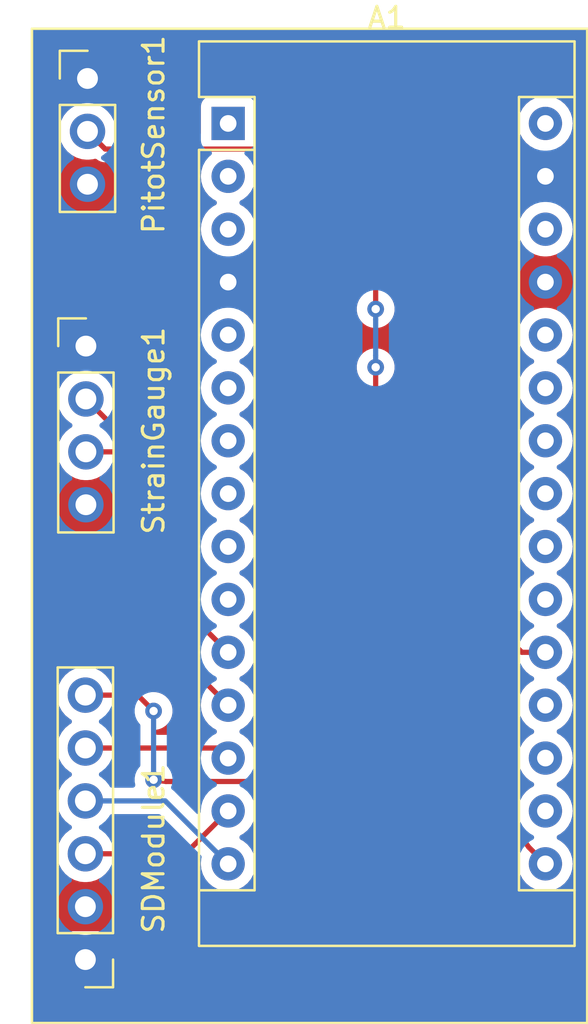
<source format=kicad_pcb>
(kicad_pcb (version 20171130) (host pcbnew "(5.1.4)-1")

  (general
    (thickness 1.6)
    (drawings 4)
    (tracks 41)
    (zones 0)
    (modules 4)
    (nets 30)
  )

  (page A4)
  (layers
    (0 F.Cu signal)
    (31 B.Cu signal)
    (32 B.Adhes user)
    (33 F.Adhes user)
    (34 B.Paste user)
    (35 F.Paste user)
    (36 B.SilkS user)
    (37 F.SilkS user)
    (38 B.Mask user)
    (39 F.Mask user)
    (40 Dwgs.User user)
    (41 Cmts.User user)
    (42 Eco1.User user)
    (43 Eco2.User user)
    (44 Edge.Cuts user)
    (45 Margin user)
    (46 B.CrtYd user)
    (47 F.CrtYd user)
    (48 B.Fab user)
    (49 F.Fab user)
  )

  (setup
    (last_trace_width 0.25)
    (trace_clearance 0.2)
    (zone_clearance 0.508)
    (zone_45_only no)
    (trace_min 0.2)
    (via_size 0.8)
    (via_drill 0.4)
    (via_min_size 0.4)
    (via_min_drill 0.3)
    (uvia_size 0.3)
    (uvia_drill 0.1)
    (uvias_allowed no)
    (uvia_min_size 0.2)
    (uvia_min_drill 0.1)
    (edge_width 0.05)
    (segment_width 0.2)
    (pcb_text_width 0.3)
    (pcb_text_size 1.5 1.5)
    (mod_edge_width 0.12)
    (mod_text_size 1 1)
    (mod_text_width 0.15)
    (pad_size 1.524 1.524)
    (pad_drill 0.762)
    (pad_to_mask_clearance 0.051)
    (solder_mask_min_width 0.25)
    (aux_axis_origin 0 0)
    (visible_elements 7FFFFFFF)
    (pcbplotparams
      (layerselection 0x010fc_ffffffff)
      (usegerberextensions false)
      (usegerberattributes false)
      (usegerberadvancedattributes false)
      (creategerberjobfile false)
      (excludeedgelayer true)
      (linewidth 0.100000)
      (plotframeref false)
      (viasonmask false)
      (mode 1)
      (useauxorigin false)
      (hpglpennumber 1)
      (hpglpenspeed 20)
      (hpglpendiameter 15.000000)
      (psnegative false)
      (psa4output false)
      (plotreference true)
      (plotvalue true)
      (plotinvisibletext false)
      (padsonsilk false)
      (subtractmaskfromsilk false)
      (outputformat 1)
      (mirror false)
      (drillshape 1)
      (scaleselection 1)
      (outputdirectory ""))
  )

  (net 0 "")
  (net 1 "Net-(A1-Pad30)")
  (net 2 GND)
  (net 3 "Net-(A1-Pad28)")
  (net 4 "Net-(A1-Pad26)")
  (net 5 "Net-(A1-Pad10)")
  (net 6 "Net-(A1-Pad25)")
  (net 7 "Net-(A1-Pad9)")
  (net 8 "Net-(A1-Pad24)")
  (net 9 "Net-(A1-Pad8)")
  (net 10 "Net-(A1-Pad23)")
  (net 11 "Net-(A1-Pad7)")
  (net 12 "Net-(A1-Pad22)")
  (net 13 "Net-(A1-Pad6)")
  (net 14 "Net-(A1-Pad21)")
  (net 15 "Net-(A1-Pad5)")
  (net 16 "Net-(A1-Pad19)")
  (net 17 "Net-(A1-Pad3)")
  (net 18 "Net-(A1-Pad18)")
  (net 19 "Net-(A1-Pad2)")
  (net 20 "Net-(A1-Pad17)")
  (net 21 "Net-(A1-Pad1)")
  (net 22 +5V)
  (net 23 /D10)
  (net 24 /D11)
  (net 25 /D12)
  (net 26 /D13)
  (net 27 /p)
  (net 28 /D9)
  (net 29 /D8)

  (net_class Default "This is the default net class."
    (clearance 0.2)
    (trace_width 0.25)
    (via_dia 0.8)
    (via_drill 0.4)
    (uvia_dia 0.3)
    (uvia_drill 0.1)
    (add_net +5V)
    (add_net /D10)
    (add_net /D11)
    (add_net /D12)
    (add_net /D13)
    (add_net /D8)
    (add_net /D9)
    (add_net /p)
    (add_net GND)
    (add_net "Net-(A1-Pad1)")
    (add_net "Net-(A1-Pad10)")
    (add_net "Net-(A1-Pad17)")
    (add_net "Net-(A1-Pad18)")
    (add_net "Net-(A1-Pad19)")
    (add_net "Net-(A1-Pad2)")
    (add_net "Net-(A1-Pad21)")
    (add_net "Net-(A1-Pad22)")
    (add_net "Net-(A1-Pad23)")
    (add_net "Net-(A1-Pad24)")
    (add_net "Net-(A1-Pad25)")
    (add_net "Net-(A1-Pad26)")
    (add_net "Net-(A1-Pad28)")
    (add_net "Net-(A1-Pad3)")
    (add_net "Net-(A1-Pad30)")
    (add_net "Net-(A1-Pad5)")
    (add_net "Net-(A1-Pad6)")
    (add_net "Net-(A1-Pad7)")
    (add_net "Net-(A1-Pad8)")
    (add_net "Net-(A1-Pad9)")
  )

  (module Module:Arduino_Nano (layer F.Cu) (tedit 58ACAF70) (tstamp 5E5E7761)
    (at 71.9074 47.7266)
    (descr "Arduino Nano, http://www.mouser.com/pdfdocs/Gravitech_Arduino_Nano3_0.pdf")
    (tags "Arduino Nano")
    (path /5E572AA7)
    (fp_text reference A1 (at 7.62 -5.08) (layer F.SilkS)
      (effects (font (size 1 1) (thickness 0.15)))
    )
    (fp_text value Arduino_Nano_v3.x (at 8.89 19.05 90) (layer F.Fab)
      (effects (font (size 1 1) (thickness 0.15)))
    )
    (fp_line (start 16.75 42.16) (end -1.53 42.16) (layer F.CrtYd) (width 0.05))
    (fp_line (start 16.75 42.16) (end 16.75 -4.06) (layer F.CrtYd) (width 0.05))
    (fp_line (start -1.53 -4.06) (end -1.53 42.16) (layer F.CrtYd) (width 0.05))
    (fp_line (start -1.53 -4.06) (end 16.75 -4.06) (layer F.CrtYd) (width 0.05))
    (fp_line (start 16.51 -3.81) (end 16.51 39.37) (layer F.Fab) (width 0.1))
    (fp_line (start 0 -3.81) (end 16.51 -3.81) (layer F.Fab) (width 0.1))
    (fp_line (start -1.27 -2.54) (end 0 -3.81) (layer F.Fab) (width 0.1))
    (fp_line (start -1.27 39.37) (end -1.27 -2.54) (layer F.Fab) (width 0.1))
    (fp_line (start 16.51 39.37) (end -1.27 39.37) (layer F.Fab) (width 0.1))
    (fp_line (start 16.64 -3.94) (end -1.4 -3.94) (layer F.SilkS) (width 0.12))
    (fp_line (start 16.64 39.5) (end 16.64 -3.94) (layer F.SilkS) (width 0.12))
    (fp_line (start -1.4 39.5) (end 16.64 39.5) (layer F.SilkS) (width 0.12))
    (fp_line (start 3.81 41.91) (end 3.81 31.75) (layer F.Fab) (width 0.1))
    (fp_line (start 11.43 41.91) (end 3.81 41.91) (layer F.Fab) (width 0.1))
    (fp_line (start 11.43 31.75) (end 11.43 41.91) (layer F.Fab) (width 0.1))
    (fp_line (start 3.81 31.75) (end 11.43 31.75) (layer F.Fab) (width 0.1))
    (fp_line (start 1.27 36.83) (end -1.4 36.83) (layer F.SilkS) (width 0.12))
    (fp_line (start 1.27 1.27) (end 1.27 36.83) (layer F.SilkS) (width 0.12))
    (fp_line (start 1.27 1.27) (end -1.4 1.27) (layer F.SilkS) (width 0.12))
    (fp_line (start 13.97 36.83) (end 16.64 36.83) (layer F.SilkS) (width 0.12))
    (fp_line (start 13.97 -1.27) (end 13.97 36.83) (layer F.SilkS) (width 0.12))
    (fp_line (start 13.97 -1.27) (end 16.64 -1.27) (layer F.SilkS) (width 0.12))
    (fp_line (start -1.4 -3.94) (end -1.4 -1.27) (layer F.SilkS) (width 0.12))
    (fp_line (start -1.4 1.27) (end -1.4 39.5) (layer F.SilkS) (width 0.12))
    (fp_line (start 1.27 -1.27) (end -1.4 -1.27) (layer F.SilkS) (width 0.12))
    (fp_line (start 1.27 1.27) (end 1.27 -1.27) (layer F.SilkS) (width 0.12))
    (fp_text user %R (at 6.35 19.05 90) (layer F.Fab)
      (effects (font (size 1 1) (thickness 0.15)))
    )
    (pad 16 thru_hole oval (at 15.24 35.56) (size 1.6 1.6) (drill 0.8) (layers *.Cu *.Mask)
      (net 23 /D10))
    (pad 15 thru_hole oval (at 0 35.56) (size 1.6 1.6) (drill 0.8) (layers *.Cu *.Mask)
      (net 24 /D11))
    (pad 30 thru_hole oval (at 15.24 0) (size 1.6 1.6) (drill 0.8) (layers *.Cu *.Mask)
      (net 1 "Net-(A1-Pad30)"))
    (pad 14 thru_hole oval (at 0 33.02) (size 1.6 1.6) (drill 0.8) (layers *.Cu *.Mask)
      (net 25 /D12))
    (pad 29 thru_hole oval (at 15.24 2.54) (size 1.6 1.6) (drill 0.8) (layers *.Cu *.Mask)
      (net 2 GND))
    (pad 13 thru_hole oval (at 0 30.48) (size 1.6 1.6) (drill 0.8) (layers *.Cu *.Mask)
      (net 26 /D13))
    (pad 28 thru_hole oval (at 15.24 5.08) (size 1.6 1.6) (drill 0.8) (layers *.Cu *.Mask)
      (net 3 "Net-(A1-Pad28)"))
    (pad 12 thru_hole oval (at 0 27.94) (size 1.6 1.6) (drill 0.8) (layers *.Cu *.Mask)
      (net 28 /D9))
    (pad 27 thru_hole oval (at 15.24 7.62) (size 1.6 1.6) (drill 0.8) (layers *.Cu *.Mask)
      (net 22 +5V))
    (pad 11 thru_hole oval (at 0 25.4) (size 1.6 1.6) (drill 0.8) (layers *.Cu *.Mask)
      (net 29 /D8))
    (pad 26 thru_hole oval (at 15.24 10.16) (size 1.6 1.6) (drill 0.8) (layers *.Cu *.Mask)
      (net 4 "Net-(A1-Pad26)"))
    (pad 10 thru_hole oval (at 0 22.86) (size 1.6 1.6) (drill 0.8) (layers *.Cu *.Mask)
      (net 5 "Net-(A1-Pad10)"))
    (pad 25 thru_hole oval (at 15.24 12.7) (size 1.6 1.6) (drill 0.8) (layers *.Cu *.Mask)
      (net 6 "Net-(A1-Pad25)"))
    (pad 9 thru_hole oval (at 0 20.32) (size 1.6 1.6) (drill 0.8) (layers *.Cu *.Mask)
      (net 7 "Net-(A1-Pad9)"))
    (pad 24 thru_hole oval (at 15.24 15.24) (size 1.6 1.6) (drill 0.8) (layers *.Cu *.Mask)
      (net 8 "Net-(A1-Pad24)"))
    (pad 8 thru_hole oval (at 0 17.78) (size 1.6 1.6) (drill 0.8) (layers *.Cu *.Mask)
      (net 9 "Net-(A1-Pad8)"))
    (pad 23 thru_hole oval (at 15.24 17.78) (size 1.6 1.6) (drill 0.8) (layers *.Cu *.Mask)
      (net 10 "Net-(A1-Pad23)"))
    (pad 7 thru_hole oval (at 0 15.24) (size 1.6 1.6) (drill 0.8) (layers *.Cu *.Mask)
      (net 11 "Net-(A1-Pad7)"))
    (pad 22 thru_hole oval (at 15.24 20.32) (size 1.6 1.6) (drill 0.8) (layers *.Cu *.Mask)
      (net 12 "Net-(A1-Pad22)"))
    (pad 6 thru_hole oval (at 0 12.7) (size 1.6 1.6) (drill 0.8) (layers *.Cu *.Mask)
      (net 13 "Net-(A1-Pad6)"))
    (pad 21 thru_hole oval (at 15.24 22.86) (size 1.6 1.6) (drill 0.8) (layers *.Cu *.Mask)
      (net 14 "Net-(A1-Pad21)"))
    (pad 5 thru_hole oval (at 0 10.16) (size 1.6 1.6) (drill 0.8) (layers *.Cu *.Mask)
      (net 15 "Net-(A1-Pad5)"))
    (pad 20 thru_hole oval (at 15.24 25.4) (size 1.6 1.6) (drill 0.8) (layers *.Cu *.Mask)
      (net 27 /p))
    (pad 4 thru_hole oval (at 0 7.62) (size 1.6 1.6) (drill 0.8) (layers *.Cu *.Mask)
      (net 2 GND))
    (pad 19 thru_hole oval (at 15.24 27.94) (size 1.6 1.6) (drill 0.8) (layers *.Cu *.Mask)
      (net 16 "Net-(A1-Pad19)"))
    (pad 3 thru_hole oval (at 0 5.08) (size 1.6 1.6) (drill 0.8) (layers *.Cu *.Mask)
      (net 17 "Net-(A1-Pad3)"))
    (pad 18 thru_hole oval (at 15.24 30.48) (size 1.6 1.6) (drill 0.8) (layers *.Cu *.Mask)
      (net 18 "Net-(A1-Pad18)"))
    (pad 2 thru_hole oval (at 0 2.54) (size 1.6 1.6) (drill 0.8) (layers *.Cu *.Mask)
      (net 19 "Net-(A1-Pad2)"))
    (pad 17 thru_hole oval (at 15.24 33.02) (size 1.6 1.6) (drill 0.8) (layers *.Cu *.Mask)
      (net 20 "Net-(A1-Pad17)"))
    (pad 1 thru_hole rect (at 0 0) (size 1.6 1.6) (drill 0.8) (layers *.Cu *.Mask)
      (net 21 "Net-(A1-Pad1)"))
    (model ${KISYS3DMOD}/Module.3dshapes/Arduino_Nano_WithMountingHoles.wrl
      (at (xyz 0 0 0))
      (scale (xyz 1 1 1))
      (rotate (xyz 0 0 0))
    )
  )

  (module Connector_PinHeader_2.54mm:PinHeader_1x03_P2.54mm_Vertical (layer F.Cu) (tedit 59FED5CC) (tstamp 5E5E1885)
    (at 65.151 45.5676)
    (descr "Through hole straight pin header, 1x03, 2.54mm pitch, single row")
    (tags "Through hole pin header THT 1x03 2.54mm single row")
    (path /5E6112BE)
    (fp_text reference PitotSensor1 (at 3.175 2.6924 90) (layer F.SilkS)
      (effects (font (size 1 1) (thickness 0.15)))
    )
    (fp_text value Pitot (at 0 7.41) (layer F.Fab)
      (effects (font (size 1 1) (thickness 0.15)))
    )
    (fp_text user %R (at 0 2.54 90) (layer F.Fab)
      (effects (font (size 1 1) (thickness 0.15)))
    )
    (fp_line (start 1.8 -1.8) (end -1.8 -1.8) (layer F.CrtYd) (width 0.05))
    (fp_line (start 1.8 6.85) (end 1.8 -1.8) (layer F.CrtYd) (width 0.05))
    (fp_line (start -1.8 6.85) (end 1.8 6.85) (layer F.CrtYd) (width 0.05))
    (fp_line (start -1.8 -1.8) (end -1.8 6.85) (layer F.CrtYd) (width 0.05))
    (fp_line (start -1.33 -1.33) (end 0 -1.33) (layer F.SilkS) (width 0.12))
    (fp_line (start -1.33 0) (end -1.33 -1.33) (layer F.SilkS) (width 0.12))
    (fp_line (start -1.33 1.27) (end 1.33 1.27) (layer F.SilkS) (width 0.12))
    (fp_line (start 1.33 1.27) (end 1.33 6.41) (layer F.SilkS) (width 0.12))
    (fp_line (start -1.33 1.27) (end -1.33 6.41) (layer F.SilkS) (width 0.12))
    (fp_line (start -1.33 6.41) (end 1.33 6.41) (layer F.SilkS) (width 0.12))
    (fp_line (start -1.27 -0.635) (end -0.635 -1.27) (layer F.Fab) (width 0.1))
    (fp_line (start -1.27 6.35) (end -1.27 -0.635) (layer F.Fab) (width 0.1))
    (fp_line (start 1.27 6.35) (end -1.27 6.35) (layer F.Fab) (width 0.1))
    (fp_line (start 1.27 -1.27) (end 1.27 6.35) (layer F.Fab) (width 0.1))
    (fp_line (start -0.635 -1.27) (end 1.27 -1.27) (layer F.Fab) (width 0.1))
    (pad 3 thru_hole oval (at 0 5.08) (size 1.7 1.7) (drill 1) (layers *.Cu *.Mask)
      (net 22 +5V))
    (pad 2 thru_hole oval (at 0 2.54) (size 1.7 1.7) (drill 1) (layers *.Cu *.Mask)
      (net 27 /p))
    (pad 1 thru_hole rect (at 0 0) (size 1.7 1.7) (drill 1) (layers *.Cu *.Mask)
      (net 2 GND))
    (model ${KISYS3DMOD}/Connector_PinHeader_2.54mm.3dshapes/PinHeader_1x03_P2.54mm_Vertical.wrl
      (at (xyz 0 0 0))
      (scale (xyz 1 1 1))
      (rotate (xyz 0 0 0))
    )
  )

  (module Connector_PinHeader_2.54mm:PinHeader_1x06_P2.54mm_Vertical (layer F.Cu) (tedit 59FED5CC) (tstamp 5E5E1667)
    (at 65.0494 87.884 180)
    (descr "Through hole straight pin header, 1x06, 2.54mm pitch, single row")
    (tags "Through hole pin header THT 1x06 2.54mm single row")
    (path /5E5AB333)
    (fp_text reference SDModule1 (at -3.2766 5.334 90) (layer F.SilkS)
      (effects (font (size 1 1) (thickness 0.15)))
    )
    (fp_text value SD_Module (at 0 15.03) (layer F.Fab)
      (effects (font (size 1 1) (thickness 0.15)))
    )
    (fp_text user %R (at 0 6.35 90) (layer F.Fab)
      (effects (font (size 1 1) (thickness 0.15)))
    )
    (fp_line (start 1.8 -1.8) (end -1.8 -1.8) (layer F.CrtYd) (width 0.05))
    (fp_line (start 1.8 14.5) (end 1.8 -1.8) (layer F.CrtYd) (width 0.05))
    (fp_line (start -1.8 14.5) (end 1.8 14.5) (layer F.CrtYd) (width 0.05))
    (fp_line (start -1.8 -1.8) (end -1.8 14.5) (layer F.CrtYd) (width 0.05))
    (fp_line (start -1.33 -1.33) (end 0 -1.33) (layer F.SilkS) (width 0.12))
    (fp_line (start -1.33 0) (end -1.33 -1.33) (layer F.SilkS) (width 0.12))
    (fp_line (start -1.33 1.27) (end 1.33 1.27) (layer F.SilkS) (width 0.12))
    (fp_line (start 1.33 1.27) (end 1.33 14.03) (layer F.SilkS) (width 0.12))
    (fp_line (start -1.33 1.27) (end -1.33 14.03) (layer F.SilkS) (width 0.12))
    (fp_line (start -1.33 14.03) (end 1.33 14.03) (layer F.SilkS) (width 0.12))
    (fp_line (start -1.27 -0.635) (end -0.635 -1.27) (layer F.Fab) (width 0.1))
    (fp_line (start -1.27 13.97) (end -1.27 -0.635) (layer F.Fab) (width 0.1))
    (fp_line (start 1.27 13.97) (end -1.27 13.97) (layer F.Fab) (width 0.1))
    (fp_line (start 1.27 -1.27) (end 1.27 13.97) (layer F.Fab) (width 0.1))
    (fp_line (start -0.635 -1.27) (end 1.27 -1.27) (layer F.Fab) (width 0.1))
    (pad 6 thru_hole oval (at 0 12.7 180) (size 1.7 1.7) (drill 1) (layers *.Cu *.Mask)
      (net 23 /D10))
    (pad 5 thru_hole oval (at 0 10.16 180) (size 1.7 1.7) (drill 1) (layers *.Cu *.Mask)
      (net 26 /D13))
    (pad 4 thru_hole oval (at 0 7.62 180) (size 1.7 1.7) (drill 1) (layers *.Cu *.Mask)
      (net 24 /D11))
    (pad 3 thru_hole oval (at 0 5.08 180) (size 1.7 1.7) (drill 1) (layers *.Cu *.Mask)
      (net 25 /D12))
    (pad 2 thru_hole oval (at 0 2.54 180) (size 1.7 1.7) (drill 1) (layers *.Cu *.Mask)
      (net 22 +5V))
    (pad 1 thru_hole rect (at 0 0 180) (size 1.7 1.7) (drill 1) (layers *.Cu *.Mask)
      (net 2 GND))
    (model ${KISYS3DMOD}/Connector_PinHeader_2.54mm.3dshapes/PinHeader_1x06_P2.54mm_Vertical.wrl
      (at (xyz 0 0 0))
      (scale (xyz 1 1 1))
      (rotate (xyz 0 0 0))
    )
  )

  (module Connector_PinHeader_2.54mm:PinHeader_1x04_P2.54mm_Vertical (layer F.Cu) (tedit 59FED5CC) (tstamp 5E5E0EF7)
    (at 65.0748 58.42)
    (descr "Through hole straight pin header, 1x04, 2.54mm pitch, single row")
    (tags "Through hole pin header THT 1x04 2.54mm single row")
    (path /5E5FA142)
    (fp_text reference StrainGauge1 (at 3.2512 4.064 90) (layer F.SilkS)
      (effects (font (size 1 1) (thickness 0.15)))
    )
    (fp_text value HX711 (at 0 9.95) (layer F.Fab)
      (effects (font (size 1 1) (thickness 0.15)))
    )
    (fp_line (start 1.8 -1.8) (end -1.8 -1.8) (layer F.CrtYd) (width 0.05))
    (fp_line (start 1.8 9.4) (end 1.8 -1.8) (layer F.CrtYd) (width 0.05))
    (fp_line (start -1.8 9.4) (end 1.8 9.4) (layer F.CrtYd) (width 0.05))
    (fp_line (start -1.8 -1.8) (end -1.8 9.4) (layer F.CrtYd) (width 0.05))
    (fp_line (start -1.33 -1.33) (end 0 -1.33) (layer F.SilkS) (width 0.12))
    (fp_line (start -1.33 0) (end -1.33 -1.33) (layer F.SilkS) (width 0.12))
    (fp_line (start -1.33 1.27) (end 1.33 1.27) (layer F.SilkS) (width 0.12))
    (fp_line (start 1.33 1.27) (end 1.33 8.95) (layer F.SilkS) (width 0.12))
    (fp_line (start -1.33 1.27) (end -1.33 8.95) (layer F.SilkS) (width 0.12))
    (fp_line (start -1.33 8.95) (end 1.33 8.95) (layer F.SilkS) (width 0.12))
    (fp_line (start -1.27 -0.635) (end -0.635 -1.27) (layer F.Fab) (width 0.1))
    (fp_line (start -1.27 8.89) (end -1.27 -0.635) (layer F.Fab) (width 0.1))
    (fp_line (start 1.27 8.89) (end -1.27 8.89) (layer F.Fab) (width 0.1))
    (fp_line (start 1.27 -1.27) (end 1.27 8.89) (layer F.Fab) (width 0.1))
    (fp_line (start -0.635 -1.27) (end 1.27 -1.27) (layer F.Fab) (width 0.1))
    (pad 4 thru_hole oval (at 0 7.62) (size 1.7 1.7) (drill 1) (layers *.Cu *.Mask)
      (net 22 +5V))
    (pad 3 thru_hole oval (at 0 5.08) (size 1.7 1.7) (drill 1) (layers *.Cu *.Mask)
      (net 28 /D9))
    (pad 2 thru_hole oval (at 0 2.54) (size 1.7 1.7) (drill 1) (layers *.Cu *.Mask)
      (net 29 /D8))
    (pad 1 thru_hole rect (at 0 0) (size 1.7 1.7) (drill 1) (layers *.Cu *.Mask)
      (net 2 GND))
    (model ${KISYS3DMOD}/Connector_PinHeader_2.54mm.3dshapes/PinHeader_1x04_P2.54mm_Vertical.wrl
      (at (xyz 0 0 0))
      (scale (xyz 1 1 1))
      (rotate (xyz 0 0 0))
    )
  )

  (gr_line (start 89.154 43.18) (end 62.484 43.18) (layer F.SilkS) (width 0.12) (tstamp 5E5E1E28))
  (gr_line (start 89.154 90.932) (end 89.154 43.18) (layer F.SilkS) (width 0.12))
  (gr_line (start 62.484 90.932) (end 89.154 90.932) (layer F.SilkS) (width 0.12))
  (gr_line (start 62.484 43.18) (end 62.484 90.932) (layer F.SilkS) (width 0.12))

  (segment (start 68.834 58.42) (end 71.9074 55.3466) (width 0.25) (layer F.Cu) (net 2))
  (segment (start 65.0748 58.42) (end 68.834 58.42) (width 0.25) (layer F.Cu) (net 2))
  (segment (start 65.0494 75.184) (end 67.564 75.184) (width 0.25) (layer F.Cu) (net 23))
  (segment (start 67.564 75.184) (end 68.326 75.946) (width 0.25) (layer F.Cu) (net 23))
  (segment (start 68.326 75.946) (end 68.326 75.946) (width 0.25) (layer F.Cu) (net 23) (tstamp 5E5E22A4))
  (via (at 68.326 75.946) (size 0.8) (drill 0.4) (layers F.Cu B.Cu) (net 23))
  (segment (start 68.326 78.74) (end 68.326 78.74) (width 0.25) (layer B.Cu) (net 23) (tstamp 5E5E22A6))
  (segment (start 86.347401 82.486601) (end 87.1474 83.2866) (width 0.25) (layer F.Cu) (net 23))
  (segment (start 84.074 79.331601) (end 86.347401 82.486601) (width 0.25) (layer F.Cu) (net 23))
  (segment (start 68.917601 79.331601) (end 84.074 79.331601) (width 0.25) (layer F.Cu) (net 23))
  (segment (start 68.326 79.248) (end 68.917601 79.331601) (width 0.25) (layer F.Cu) (net 23))
  (via (at 68.326 79.248) (size 0.8) (drill 0.4) (layers F.Cu B.Cu) (net 23))
  (segment (start 68.326 75.946) (end 68.326 79.248) (width 0.25) (layer B.Cu) (net 23))
  (segment (start 68.8848 80.264) (end 71.9074 83.2866) (width 0.25) (layer B.Cu) (net 24))
  (segment (start 65.0494 80.264) (end 68.8848 80.264) (width 0.25) (layer B.Cu) (net 24))
  (segment (start 69.85 82.804) (end 71.9074 80.7466) (width 0.25) (layer F.Cu) (net 25))
  (segment (start 65.0494 82.804) (end 69.85 82.804) (width 0.25) (layer F.Cu) (net 25))
  (segment (start 71.4248 77.724) (end 71.9074 78.2066) (width 0.25) (layer F.Cu) (net 26))
  (segment (start 65.0494 77.724) (end 71.4248 77.724) (width 0.25) (layer F.Cu) (net 26))
  (segment (start 86.01603 73.1266) (end 78.994 66.10457) (width 0.25) (layer F.Cu) (net 27))
  (segment (start 87.1474 73.1266) (end 86.01603 73.1266) (width 0.25) (layer F.Cu) (net 27))
  (segment (start 78.994 66.10457) (end 78.994 59.436) (width 0.25) (layer F.Cu) (net 27))
  (segment (start 78.994 59.436) (end 78.994 59.436) (width 0.25) (layer F.Cu) (net 27) (tstamp 5E5E22A0))
  (via (at 78.994 59.436) (size 0.8) (drill 0.4) (layers F.Cu B.Cu) (net 27))
  (segment (start 78.994 59.436) (end 78.994 58.870315) (width 0.25) (layer B.Cu) (net 27))
  (segment (start 78.994 58.870315) (end 78.994 57.15) (width 0.25) (layer B.Cu) (net 27))
  (segment (start 78.994 57.15) (end 78.994 56.642) (width 0.25) (layer B.Cu) (net 27))
  (segment (start 78.994 56.642) (end 78.994 56.642) (width 0.25) (layer B.Cu) (net 27) (tstamp 5E5E22A2))
  (via (at 78.994 56.642) (size 0.8) (drill 0.4) (layers F.Cu B.Cu) (net 27))
  (segment (start 66.000999 48.957599) (end 65.151 48.1076) (width 0.25) (layer F.Cu) (net 27))
  (segment (start 77.659599 48.957599) (end 66.000999 48.957599) (width 0.25) (layer F.Cu) (net 27))
  (segment (start 78.994 50.292) (end 77.659599 48.957599) (width 0.25) (layer F.Cu) (net 27))
  (segment (start 78.994 56.642) (end 78.994 50.292) (width 0.25) (layer F.Cu) (net 27))
  (segment (start 65.0748 63.5) (end 66.802 63.5) (width 0.25) (layer F.Cu) (net 28))
  (segment (start 66.802 63.5) (end 69.342 66.04) (width 0.25) (layer F.Cu) (net 28))
  (segment (start 69.342 73.1012) (end 71.9074 75.6666) (width 0.25) (layer F.Cu) (net 28))
  (segment (start 69.342 66.04) (end 69.342 73.1012) (width 0.25) (layer F.Cu) (net 28))
  (segment (start 71.107401 72.326601) (end 71.9074 73.1266) (width 0.25) (layer F.Cu) (net 29))
  (segment (start 69.85 71.0692) (end 71.107401 72.326601) (width 0.25) (layer F.Cu) (net 29))
  (segment (start 69.85 65.7352) (end 69.85 71.0692) (width 0.25) (layer F.Cu) (net 29))
  (segment (start 65.0748 60.96) (end 69.85 65.7352) (width 0.25) (layer F.Cu) (net 29))

  (zone (net 2) (net_name GND) (layer B.Cu) (tstamp 0) (hatch full 0.508)
    (connect_pads yes (clearance 0.508))
    (min_thickness 0.254)
    (fill yes (arc_segments 32) (thermal_gap 0.508) (thermal_bridge_width 0.508) (smoothing fillet))
    (polygon
      (pts
        (xy 62.484 43.18) (xy 62.484 90.932) (xy 89.154 90.932) (xy 89.154 43.18)
      )
    )
    (filled_polygon
      (pts
        (xy 89.027 90.805) (xy 62.611 90.805) (xy 62.611 75.184) (xy 63.557215 75.184) (xy 63.585887 75.475111)
        (xy 63.670801 75.755034) (xy 63.808694 76.013014) (xy 63.994266 76.239134) (xy 64.220386 76.424706) (xy 64.275191 76.454)
        (xy 64.220386 76.483294) (xy 63.994266 76.668866) (xy 63.808694 76.894986) (xy 63.670801 77.152966) (xy 63.585887 77.432889)
        (xy 63.557215 77.724) (xy 63.585887 78.015111) (xy 63.670801 78.295034) (xy 63.808694 78.553014) (xy 63.994266 78.779134)
        (xy 64.220386 78.964706) (xy 64.275191 78.994) (xy 64.220386 79.023294) (xy 63.994266 79.208866) (xy 63.808694 79.434986)
        (xy 63.670801 79.692966) (xy 63.585887 79.972889) (xy 63.557215 80.264) (xy 63.585887 80.555111) (xy 63.670801 80.835034)
        (xy 63.808694 81.093014) (xy 63.994266 81.319134) (xy 64.220386 81.504706) (xy 64.275191 81.534) (xy 64.220386 81.563294)
        (xy 63.994266 81.748866) (xy 63.808694 81.974986) (xy 63.670801 82.232966) (xy 63.585887 82.512889) (xy 63.557215 82.804)
        (xy 63.585887 83.095111) (xy 63.670801 83.375034) (xy 63.808694 83.633014) (xy 63.994266 83.859134) (xy 64.220386 84.044706)
        (xy 64.275191 84.074) (xy 64.220386 84.103294) (xy 63.994266 84.288866) (xy 63.808694 84.514986) (xy 63.670801 84.772966)
        (xy 63.585887 85.052889) (xy 63.557215 85.344) (xy 63.585887 85.635111) (xy 63.670801 85.915034) (xy 63.808694 86.173014)
        (xy 63.994266 86.399134) (xy 64.220386 86.584706) (xy 64.478366 86.722599) (xy 64.758289 86.807513) (xy 64.97645 86.829)
        (xy 65.12235 86.829) (xy 65.340511 86.807513) (xy 65.620434 86.722599) (xy 65.878414 86.584706) (xy 66.104534 86.399134)
        (xy 66.290106 86.173014) (xy 66.427999 85.915034) (xy 66.512913 85.635111) (xy 66.541585 85.344) (xy 66.512913 85.052889)
        (xy 66.427999 84.772966) (xy 66.290106 84.514986) (xy 66.104534 84.288866) (xy 65.878414 84.103294) (xy 65.823609 84.074)
        (xy 65.878414 84.044706) (xy 66.104534 83.859134) (xy 66.290106 83.633014) (xy 66.427999 83.375034) (xy 66.512913 83.095111)
        (xy 66.541585 82.804) (xy 66.512913 82.512889) (xy 66.427999 82.232966) (xy 66.290106 81.974986) (xy 66.104534 81.748866)
        (xy 65.878414 81.563294) (xy 65.823609 81.534) (xy 65.878414 81.504706) (xy 66.104534 81.319134) (xy 66.290106 81.093014)
        (xy 66.326995 81.024) (xy 68.569999 81.024) (xy 70.506692 82.960694) (xy 70.493164 83.005291) (xy 70.465457 83.2866)
        (xy 70.493164 83.567909) (xy 70.575218 83.838408) (xy 70.708468 84.087701) (xy 70.887792 84.306208) (xy 71.106299 84.485532)
        (xy 71.355592 84.618782) (xy 71.626091 84.700836) (xy 71.836908 84.7216) (xy 71.977892 84.7216) (xy 72.188709 84.700836)
        (xy 72.459208 84.618782) (xy 72.708501 84.485532) (xy 72.927008 84.306208) (xy 73.106332 84.087701) (xy 73.239582 83.838408)
        (xy 73.321636 83.567909) (xy 73.349343 83.2866) (xy 73.321636 83.005291) (xy 73.239582 82.734792) (xy 73.106332 82.485499)
        (xy 72.927008 82.266992) (xy 72.708501 82.087668) (xy 72.575542 82.0166) (xy 72.708501 81.945532) (xy 72.927008 81.766208)
        (xy 73.106332 81.547701) (xy 73.239582 81.298408) (xy 73.321636 81.027909) (xy 73.349343 80.7466) (xy 73.321636 80.465291)
        (xy 73.239582 80.194792) (xy 73.106332 79.945499) (xy 72.927008 79.726992) (xy 72.708501 79.547668) (xy 72.575542 79.4766)
        (xy 72.708501 79.405532) (xy 72.927008 79.226208) (xy 73.106332 79.007701) (xy 73.239582 78.758408) (xy 73.321636 78.487909)
        (xy 73.349343 78.2066) (xy 73.321636 77.925291) (xy 73.239582 77.654792) (xy 73.106332 77.405499) (xy 72.927008 77.186992)
        (xy 72.708501 77.007668) (xy 72.575542 76.9366) (xy 72.708501 76.865532) (xy 72.927008 76.686208) (xy 73.106332 76.467701)
        (xy 73.239582 76.218408) (xy 73.321636 75.947909) (xy 73.349343 75.6666) (xy 73.321636 75.385291) (xy 73.239582 75.114792)
        (xy 73.106332 74.865499) (xy 72.927008 74.646992) (xy 72.708501 74.467668) (xy 72.575542 74.3966) (xy 72.708501 74.325532)
        (xy 72.927008 74.146208) (xy 73.106332 73.927701) (xy 73.239582 73.678408) (xy 73.321636 73.407909) (xy 73.349343 73.1266)
        (xy 73.321636 72.845291) (xy 73.239582 72.574792) (xy 73.106332 72.325499) (xy 72.927008 72.106992) (xy 72.708501 71.927668)
        (xy 72.575542 71.8566) (xy 72.708501 71.785532) (xy 72.927008 71.606208) (xy 73.106332 71.387701) (xy 73.239582 71.138408)
        (xy 73.321636 70.867909) (xy 73.349343 70.5866) (xy 73.321636 70.305291) (xy 73.239582 70.034792) (xy 73.106332 69.785499)
        (xy 72.927008 69.566992) (xy 72.708501 69.387668) (xy 72.575542 69.3166) (xy 72.708501 69.245532) (xy 72.927008 69.066208)
        (xy 73.106332 68.847701) (xy 73.239582 68.598408) (xy 73.321636 68.327909) (xy 73.349343 68.0466) (xy 73.321636 67.765291)
        (xy 73.239582 67.494792) (xy 73.106332 67.245499) (xy 72.927008 67.026992) (xy 72.708501 66.847668) (xy 72.575542 66.7766)
        (xy 72.708501 66.705532) (xy 72.927008 66.526208) (xy 73.106332 66.307701) (xy 73.239582 66.058408) (xy 73.321636 65.787909)
        (xy 73.349343 65.5066) (xy 73.321636 65.225291) (xy 73.239582 64.954792) (xy 73.106332 64.705499) (xy 72.927008 64.486992)
        (xy 72.708501 64.307668) (xy 72.575542 64.2366) (xy 72.708501 64.165532) (xy 72.927008 63.986208) (xy 73.106332 63.767701)
        (xy 73.239582 63.518408) (xy 73.321636 63.247909) (xy 73.349343 62.9666) (xy 73.321636 62.685291) (xy 73.239582 62.414792)
        (xy 73.106332 62.165499) (xy 72.927008 61.946992) (xy 72.708501 61.767668) (xy 72.575542 61.6966) (xy 72.708501 61.625532)
        (xy 72.927008 61.446208) (xy 73.106332 61.227701) (xy 73.239582 60.978408) (xy 73.321636 60.707909) (xy 73.349343 60.4266)
        (xy 73.321636 60.145291) (xy 73.239582 59.874792) (xy 73.106332 59.625499) (xy 72.927008 59.406992) (xy 72.708501 59.227668)
        (xy 72.575542 59.1566) (xy 72.708501 59.085532) (xy 72.927008 58.906208) (xy 73.106332 58.687701) (xy 73.239582 58.438408)
        (xy 73.321636 58.167909) (xy 73.349343 57.8866) (xy 73.321636 57.605291) (xy 73.239582 57.334792) (xy 73.106332 57.085499)
        (xy 72.927008 56.866992) (xy 72.708501 56.687668) (xy 72.459208 56.554418) (xy 72.411879 56.540061) (xy 77.959 56.540061)
        (xy 77.959 56.743939) (xy 77.998774 56.943898) (xy 78.076795 57.132256) (xy 78.190063 57.301774) (xy 78.234001 57.345712)
        (xy 78.234 58.732289) (xy 78.190063 58.776226) (xy 78.076795 58.945744) (xy 77.998774 59.134102) (xy 77.959 59.334061)
        (xy 77.959 59.537939) (xy 77.998774 59.737898) (xy 78.076795 59.926256) (xy 78.190063 60.095774) (xy 78.334226 60.239937)
        (xy 78.503744 60.353205) (xy 78.692102 60.431226) (xy 78.892061 60.471) (xy 79.095939 60.471) (xy 79.295898 60.431226)
        (xy 79.484256 60.353205) (xy 79.653774 60.239937) (xy 79.797937 60.095774) (xy 79.911205 59.926256) (xy 79.989226 59.737898)
        (xy 80.029 59.537939) (xy 80.029 59.334061) (xy 79.989226 59.134102) (xy 79.911205 58.945744) (xy 79.797937 58.776226)
        (xy 79.754 58.732289) (xy 79.754 57.345711) (xy 79.797937 57.301774) (xy 79.911205 57.132256) (xy 79.989226 56.943898)
        (xy 80.029 56.743939) (xy 80.029 56.540061) (xy 79.989226 56.340102) (xy 79.911205 56.151744) (xy 79.797937 55.982226)
        (xy 79.653774 55.838063) (xy 79.484256 55.724795) (xy 79.295898 55.646774) (xy 79.095939 55.607) (xy 78.892061 55.607)
        (xy 78.692102 55.646774) (xy 78.503744 55.724795) (xy 78.334226 55.838063) (xy 78.190063 55.982226) (xy 78.076795 56.151744)
        (xy 77.998774 56.340102) (xy 77.959 56.540061) (xy 72.411879 56.540061) (xy 72.188709 56.472364) (xy 71.977892 56.4516)
        (xy 71.836908 56.4516) (xy 71.626091 56.472364) (xy 71.355592 56.554418) (xy 71.106299 56.687668) (xy 70.887792 56.866992)
        (xy 70.708468 57.085499) (xy 70.575218 57.334792) (xy 70.493164 57.605291) (xy 70.465457 57.8866) (xy 70.493164 58.167909)
        (xy 70.575218 58.438408) (xy 70.708468 58.687701) (xy 70.887792 58.906208) (xy 71.106299 59.085532) (xy 71.239258 59.1566)
        (xy 71.106299 59.227668) (xy 70.887792 59.406992) (xy 70.708468 59.625499) (xy 70.575218 59.874792) (xy 70.493164 60.145291)
        (xy 70.465457 60.4266) (xy 70.493164 60.707909) (xy 70.575218 60.978408) (xy 70.708468 61.227701) (xy 70.887792 61.446208)
        (xy 71.106299 61.625532) (xy 71.239258 61.6966) (xy 71.106299 61.767668) (xy 70.887792 61.946992) (xy 70.708468 62.165499)
        (xy 70.575218 62.414792) (xy 70.493164 62.685291) (xy 70.465457 62.9666) (xy 70.493164 63.247909) (xy 70.575218 63.518408)
        (xy 70.708468 63.767701) (xy 70.887792 63.986208) (xy 71.106299 64.165532) (xy 71.239258 64.2366) (xy 71.106299 64.307668)
        (xy 70.887792 64.486992) (xy 70.708468 64.705499) (xy 70.575218 64.954792) (xy 70.493164 65.225291) (xy 70.465457 65.5066)
        (xy 70.493164 65.787909) (xy 70.575218 66.058408) (xy 70.708468 66.307701) (xy 70.887792 66.526208) (xy 71.106299 66.705532)
        (xy 71.239258 66.7766) (xy 71.106299 66.847668) (xy 70.887792 67.026992) (xy 70.708468 67.245499) (xy 70.575218 67.494792)
        (xy 70.493164 67.765291) (xy 70.465457 68.0466) (xy 70.493164 68.327909) (xy 70.575218 68.598408) (xy 70.708468 68.847701)
        (xy 70.887792 69.066208) (xy 71.106299 69.245532) (xy 71.239258 69.3166) (xy 71.106299 69.387668) (xy 70.887792 69.566992)
        (xy 70.708468 69.785499) (xy 70.575218 70.034792) (xy 70.493164 70.305291) (xy 70.465457 70.5866) (xy 70.493164 70.867909)
        (xy 70.575218 71.138408) (xy 70.708468 71.387701) (xy 70.887792 71.606208) (xy 71.106299 71.785532) (xy 71.239258 71.8566)
        (xy 71.106299 71.927668) (xy 70.887792 72.106992) (xy 70.708468 72.325499) (xy 70.575218 72.574792) (xy 70.493164 72.845291)
        (xy 70.465457 73.1266) (xy 70.493164 73.407909) (xy 70.575218 73.678408) (xy 70.708468 73.927701) (xy 70.887792 74.146208)
        (xy 71.106299 74.325532) (xy 71.239258 74.3966) (xy 71.106299 74.467668) (xy 70.887792 74.646992) (xy 70.708468 74.865499)
        (xy 70.575218 75.114792) (xy 70.493164 75.385291) (xy 70.465457 75.6666) (xy 70.493164 75.947909) (xy 70.575218 76.218408)
        (xy 70.708468 76.467701) (xy 70.887792 76.686208) (xy 71.106299 76.865532) (xy 71.239258 76.9366) (xy 71.106299 77.007668)
        (xy 70.887792 77.186992) (xy 70.708468 77.405499) (xy 70.575218 77.654792) (xy 70.493164 77.925291) (xy 70.465457 78.2066)
        (xy 70.493164 78.487909) (xy 70.575218 78.758408) (xy 70.708468 79.007701) (xy 70.887792 79.226208) (xy 71.106299 79.405532)
        (xy 71.239258 79.4766) (xy 71.106299 79.547668) (xy 70.887792 79.726992) (xy 70.708468 79.945499) (xy 70.575218 80.194792)
        (xy 70.493164 80.465291) (xy 70.465457 80.7466) (xy 70.467998 80.772396) (xy 69.448604 79.753003) (xy 69.424801 79.723999)
        (xy 69.309076 79.629026) (xy 69.292189 79.619999) (xy 69.321226 79.549898) (xy 69.361 79.349939) (xy 69.361 79.146061)
        (xy 69.321226 78.946102) (xy 69.243205 78.757744) (xy 69.129937 78.588226) (xy 69.086 78.544289) (xy 69.086 76.649711)
        (xy 69.129937 76.605774) (xy 69.243205 76.436256) (xy 69.321226 76.247898) (xy 69.361 76.047939) (xy 69.361 75.844061)
        (xy 69.321226 75.644102) (xy 69.243205 75.455744) (xy 69.129937 75.286226) (xy 68.985774 75.142063) (xy 68.816256 75.028795)
        (xy 68.627898 74.950774) (xy 68.427939 74.911) (xy 68.224061 74.911) (xy 68.024102 74.950774) (xy 67.835744 75.028795)
        (xy 67.666226 75.142063) (xy 67.522063 75.286226) (xy 67.408795 75.455744) (xy 67.330774 75.644102) (xy 67.291 75.844061)
        (xy 67.291 76.047939) (xy 67.330774 76.247898) (xy 67.408795 76.436256) (xy 67.522063 76.605774) (xy 67.566 76.649711)
        (xy 67.566001 78.544288) (xy 67.522063 78.588226) (xy 67.408795 78.757744) (xy 67.330774 78.946102) (xy 67.291 79.146061)
        (xy 67.291 79.349939) (xy 67.321644 79.504) (xy 66.326995 79.504) (xy 66.290106 79.434986) (xy 66.104534 79.208866)
        (xy 65.878414 79.023294) (xy 65.823609 78.994) (xy 65.878414 78.964706) (xy 66.104534 78.779134) (xy 66.290106 78.553014)
        (xy 66.427999 78.295034) (xy 66.512913 78.015111) (xy 66.541585 77.724) (xy 66.512913 77.432889) (xy 66.427999 77.152966)
        (xy 66.290106 76.894986) (xy 66.104534 76.668866) (xy 65.878414 76.483294) (xy 65.823609 76.454) (xy 65.878414 76.424706)
        (xy 66.104534 76.239134) (xy 66.290106 76.013014) (xy 66.427999 75.755034) (xy 66.512913 75.475111) (xy 66.541585 75.184)
        (xy 66.512913 74.892889) (xy 66.427999 74.612966) (xy 66.290106 74.354986) (xy 66.104534 74.128866) (xy 65.878414 73.943294)
        (xy 65.620434 73.805401) (xy 65.340511 73.720487) (xy 65.12235 73.699) (xy 64.97645 73.699) (xy 64.758289 73.720487)
        (xy 64.478366 73.805401) (xy 64.220386 73.943294) (xy 63.994266 74.128866) (xy 63.808694 74.354986) (xy 63.670801 74.612966)
        (xy 63.585887 74.892889) (xy 63.557215 75.184) (xy 62.611 75.184) (xy 62.611 60.96) (xy 63.582615 60.96)
        (xy 63.611287 61.251111) (xy 63.696201 61.531034) (xy 63.834094 61.789014) (xy 64.019666 62.015134) (xy 64.245786 62.200706)
        (xy 64.300591 62.23) (xy 64.245786 62.259294) (xy 64.019666 62.444866) (xy 63.834094 62.670986) (xy 63.696201 62.928966)
        (xy 63.611287 63.208889) (xy 63.582615 63.5) (xy 63.611287 63.791111) (xy 63.696201 64.071034) (xy 63.834094 64.329014)
        (xy 64.019666 64.555134) (xy 64.245786 64.740706) (xy 64.300591 64.77) (xy 64.245786 64.799294) (xy 64.019666 64.984866)
        (xy 63.834094 65.210986) (xy 63.696201 65.468966) (xy 63.611287 65.748889) (xy 63.582615 66.04) (xy 63.611287 66.331111)
        (xy 63.696201 66.611034) (xy 63.834094 66.869014) (xy 64.019666 67.095134) (xy 64.245786 67.280706) (xy 64.503766 67.418599)
        (xy 64.783689 67.503513) (xy 65.00185 67.525) (xy 65.14775 67.525) (xy 65.365911 67.503513) (xy 65.645834 67.418599)
        (xy 65.903814 67.280706) (xy 66.129934 67.095134) (xy 66.315506 66.869014) (xy 66.453399 66.611034) (xy 66.538313 66.331111)
        (xy 66.566985 66.04) (xy 66.538313 65.748889) (xy 66.453399 65.468966) (xy 66.315506 65.210986) (xy 66.129934 64.984866)
        (xy 65.903814 64.799294) (xy 65.849009 64.77) (xy 65.903814 64.740706) (xy 66.129934 64.555134) (xy 66.315506 64.329014)
        (xy 66.453399 64.071034) (xy 66.538313 63.791111) (xy 66.566985 63.5) (xy 66.538313 63.208889) (xy 66.453399 62.928966)
        (xy 66.315506 62.670986) (xy 66.129934 62.444866) (xy 65.903814 62.259294) (xy 65.849009 62.23) (xy 65.903814 62.200706)
        (xy 66.129934 62.015134) (xy 66.315506 61.789014) (xy 66.453399 61.531034) (xy 66.538313 61.251111) (xy 66.566985 60.96)
        (xy 66.538313 60.668889) (xy 66.453399 60.388966) (xy 66.315506 60.130986) (xy 66.129934 59.904866) (xy 65.903814 59.719294)
        (xy 65.645834 59.581401) (xy 65.365911 59.496487) (xy 65.14775 59.475) (xy 65.00185 59.475) (xy 64.783689 59.496487)
        (xy 64.503766 59.581401) (xy 64.245786 59.719294) (xy 64.019666 59.904866) (xy 63.834094 60.130986) (xy 63.696201 60.388966)
        (xy 63.611287 60.668889) (xy 63.582615 60.96) (xy 62.611 60.96) (xy 62.611 48.1076) (xy 63.658815 48.1076)
        (xy 63.687487 48.398711) (xy 63.772401 48.678634) (xy 63.910294 48.936614) (xy 64.095866 49.162734) (xy 64.321986 49.348306)
        (xy 64.376791 49.3776) (xy 64.321986 49.406894) (xy 64.095866 49.592466) (xy 63.910294 49.818586) (xy 63.772401 50.076566)
        (xy 63.687487 50.356489) (xy 63.658815 50.6476) (xy 63.687487 50.938711) (xy 63.772401 51.218634) (xy 63.910294 51.476614)
        (xy 64.095866 51.702734) (xy 64.321986 51.888306) (xy 64.579966 52.026199) (xy 64.859889 52.111113) (xy 65.07805 52.1326)
        (xy 65.22395 52.1326) (xy 65.442111 52.111113) (xy 65.722034 52.026199) (xy 65.980014 51.888306) (xy 66.206134 51.702734)
        (xy 66.391706 51.476614) (xy 66.529599 51.218634) (xy 66.614513 50.938711) (xy 66.643185 50.6476) (xy 66.614513 50.356489)
        (xy 66.587246 50.2666) (xy 70.465457 50.2666) (xy 70.493164 50.547909) (xy 70.575218 50.818408) (xy 70.708468 51.067701)
        (xy 70.887792 51.286208) (xy 71.106299 51.465532) (xy 71.239258 51.5366) (xy 71.106299 51.607668) (xy 70.887792 51.786992)
        (xy 70.708468 52.005499) (xy 70.575218 52.254792) (xy 70.493164 52.525291) (xy 70.465457 52.8066) (xy 70.493164 53.087909)
        (xy 70.575218 53.358408) (xy 70.708468 53.607701) (xy 70.887792 53.826208) (xy 71.106299 54.005532) (xy 71.355592 54.138782)
        (xy 71.626091 54.220836) (xy 71.836908 54.2416) (xy 71.977892 54.2416) (xy 72.188709 54.220836) (xy 72.459208 54.138782)
        (xy 72.708501 54.005532) (xy 72.927008 53.826208) (xy 73.106332 53.607701) (xy 73.239582 53.358408) (xy 73.321636 53.087909)
        (xy 73.349343 52.8066) (xy 85.705457 52.8066) (xy 85.733164 53.087909) (xy 85.815218 53.358408) (xy 85.948468 53.607701)
        (xy 86.127792 53.826208) (xy 86.346299 54.005532) (xy 86.479258 54.0766) (xy 86.346299 54.147668) (xy 86.127792 54.326992)
        (xy 85.948468 54.545499) (xy 85.815218 54.794792) (xy 85.733164 55.065291) (xy 85.705457 55.3466) (xy 85.733164 55.627909)
        (xy 85.815218 55.898408) (xy 85.948468 56.147701) (xy 86.127792 56.366208) (xy 86.346299 56.545532) (xy 86.479258 56.6166)
        (xy 86.346299 56.687668) (xy 86.127792 56.866992) (xy 85.948468 57.085499) (xy 85.815218 57.334792) (xy 85.733164 57.605291)
        (xy 85.705457 57.8866) (xy 85.733164 58.167909) (xy 85.815218 58.438408) (xy 85.948468 58.687701) (xy 86.127792 58.906208)
        (xy 86.346299 59.085532) (xy 86.479258 59.1566) (xy 86.346299 59.227668) (xy 86.127792 59.406992) (xy 85.948468 59.625499)
        (xy 85.815218 59.874792) (xy 85.733164 60.145291) (xy 85.705457 60.4266) (xy 85.733164 60.707909) (xy 85.815218 60.978408)
        (xy 85.948468 61.227701) (xy 86.127792 61.446208) (xy 86.346299 61.625532) (xy 86.479258 61.6966) (xy 86.346299 61.767668)
        (xy 86.127792 61.946992) (xy 85.948468 62.165499) (xy 85.815218 62.414792) (xy 85.733164 62.685291) (xy 85.705457 62.9666)
        (xy 85.733164 63.247909) (xy 85.815218 63.518408) (xy 85.948468 63.767701) (xy 86.127792 63.986208) (xy 86.346299 64.165532)
        (xy 86.479258 64.2366) (xy 86.346299 64.307668) (xy 86.127792 64.486992) (xy 85.948468 64.705499) (xy 85.815218 64.954792)
        (xy 85.733164 65.225291) (xy 85.705457 65.5066) (xy 85.733164 65.787909) (xy 85.815218 66.058408) (xy 85.948468 66.307701)
        (xy 86.127792 66.526208) (xy 86.346299 66.705532) (xy 86.479258 66.7766) (xy 86.346299 66.847668) (xy 86.127792 67.026992)
        (xy 85.948468 67.245499) (xy 85.815218 67.494792) (xy 85.733164 67.765291) (xy 85.705457 68.0466) (xy 85.733164 68.327909)
        (xy 85.815218 68.598408) (xy 85.948468 68.847701) (xy 86.127792 69.066208) (xy 86.346299 69.245532) (xy 86.479258 69.3166)
        (xy 86.346299 69.387668) (xy 86.127792 69.566992) (xy 85.948468 69.785499) (xy 85.815218 70.034792) (xy 85.733164 70.305291)
        (xy 85.705457 70.5866) (xy 85.733164 70.867909) (xy 85.815218 71.138408) (xy 85.948468 71.387701) (xy 86.127792 71.606208)
        (xy 86.346299 71.785532) (xy 86.479258 71.8566) (xy 86.346299 71.927668) (xy 86.127792 72.106992) (xy 85.948468 72.325499)
        (xy 85.815218 72.574792) (xy 85.733164 72.845291) (xy 85.705457 73.1266) (xy 85.733164 73.407909) (xy 85.815218 73.678408)
        (xy 85.948468 73.927701) (xy 86.127792 74.146208) (xy 86.346299 74.325532) (xy 86.479258 74.3966) (xy 86.346299 74.467668)
        (xy 86.127792 74.646992) (xy 85.948468 74.865499) (xy 85.815218 75.114792) (xy 85.733164 75.385291) (xy 85.705457 75.6666)
        (xy 85.733164 75.947909) (xy 85.815218 76.218408) (xy 85.948468 76.467701) (xy 86.127792 76.686208) (xy 86.346299 76.865532)
        (xy 86.479258 76.9366) (xy 86.346299 77.007668) (xy 86.127792 77.186992) (xy 85.948468 77.405499) (xy 85.815218 77.654792)
        (xy 85.733164 77.925291) (xy 85.705457 78.2066) (xy 85.733164 78.487909) (xy 85.815218 78.758408) (xy 85.948468 79.007701)
        (xy 86.127792 79.226208) (xy 86.346299 79.405532) (xy 86.479258 79.4766) (xy 86.346299 79.547668) (xy 86.127792 79.726992)
        (xy 85.948468 79.945499) (xy 85.815218 80.194792) (xy 85.733164 80.465291) (xy 85.705457 80.7466) (xy 85.733164 81.027909)
        (xy 85.815218 81.298408) (xy 85.948468 81.547701) (xy 86.127792 81.766208) (xy 86.346299 81.945532) (xy 86.479258 82.0166)
        (xy 86.346299 82.087668) (xy 86.127792 82.266992) (xy 85.948468 82.485499) (xy 85.815218 82.734792) (xy 85.733164 83.005291)
        (xy 85.705457 83.2866) (xy 85.733164 83.567909) (xy 85.815218 83.838408) (xy 85.948468 84.087701) (xy 86.127792 84.306208)
        (xy 86.346299 84.485532) (xy 86.595592 84.618782) (xy 86.866091 84.700836) (xy 87.076908 84.7216) (xy 87.217892 84.7216)
        (xy 87.428709 84.700836) (xy 87.699208 84.618782) (xy 87.948501 84.485532) (xy 88.167008 84.306208) (xy 88.346332 84.087701)
        (xy 88.479582 83.838408) (xy 88.561636 83.567909) (xy 88.589343 83.2866) (xy 88.561636 83.005291) (xy 88.479582 82.734792)
        (xy 88.346332 82.485499) (xy 88.167008 82.266992) (xy 87.948501 82.087668) (xy 87.815542 82.0166) (xy 87.948501 81.945532)
        (xy 88.167008 81.766208) (xy 88.346332 81.547701) (xy 88.479582 81.298408) (xy 88.561636 81.027909) (xy 88.589343 80.7466)
        (xy 88.561636 80.465291) (xy 88.479582 80.194792) (xy 88.346332 79.945499) (xy 88.167008 79.726992) (xy 87.948501 79.547668)
        (xy 87.815542 79.4766) (xy 87.948501 79.405532) (xy 88.167008 79.226208) (xy 88.346332 79.007701) (xy 88.479582 78.758408)
        (xy 88.561636 78.487909) (xy 88.589343 78.2066) (xy 88.561636 77.925291) (xy 88.479582 77.654792) (xy 88.346332 77.405499)
        (xy 88.167008 77.186992) (xy 87.948501 77.007668) (xy 87.815542 76.9366) (xy 87.948501 76.865532) (xy 88.167008 76.686208)
        (xy 88.346332 76.467701) (xy 88.479582 76.218408) (xy 88.561636 75.947909) (xy 88.589343 75.6666) (xy 88.561636 75.385291)
        (xy 88.479582 75.114792) (xy 88.346332 74.865499) (xy 88.167008 74.646992) (xy 87.948501 74.467668) (xy 87.815542 74.3966)
        (xy 87.948501 74.325532) (xy 88.167008 74.146208) (xy 88.346332 73.927701) (xy 88.479582 73.678408) (xy 88.561636 73.407909)
        (xy 88.589343 73.1266) (xy 88.561636 72.845291) (xy 88.479582 72.574792) (xy 88.346332 72.325499) (xy 88.167008 72.106992)
        (xy 87.948501 71.927668) (xy 87.815542 71.8566) (xy 87.948501 71.785532) (xy 88.167008 71.606208) (xy 88.346332 71.387701)
        (xy 88.479582 71.138408) (xy 88.561636 70.867909) (xy 88.589343 70.5866) (xy 88.561636 70.305291) (xy 88.479582 70.034792)
        (xy 88.346332 69.785499) (xy 88.167008 69.566992) (xy 87.948501 69.387668) (xy 87.815542 69.3166) (xy 87.948501 69.245532)
        (xy 88.167008 69.066208) (xy 88.346332 68.847701) (xy 88.479582 68.598408) (xy 88.561636 68.327909) (xy 88.589343 68.0466)
        (xy 88.561636 67.765291) (xy 88.479582 67.494792) (xy 88.346332 67.245499) (xy 88.167008 67.026992) (xy 87.948501 66.847668)
        (xy 87.815542 66.7766) (xy 87.948501 66.705532) (xy 88.167008 66.526208) (xy 88.346332 66.307701) (xy 88.479582 66.058408)
        (xy 88.561636 65.787909) (xy 88.589343 65.5066) (xy 88.561636 65.225291) (xy 88.479582 64.954792) (xy 88.346332 64.705499)
        (xy 88.167008 64.486992) (xy 87.948501 64.307668) (xy 87.815542 64.2366) (xy 87.948501 64.165532) (xy 88.167008 63.986208)
        (xy 88.346332 63.767701) (xy 88.479582 63.518408) (xy 88.561636 63.247909) (xy 88.589343 62.9666) (xy 88.561636 62.685291)
        (xy 88.479582 62.414792) (xy 88.346332 62.165499) (xy 88.167008 61.946992) (xy 87.948501 61.767668) (xy 87.815542 61.6966)
        (xy 87.948501 61.625532) (xy 88.167008 61.446208) (xy 88.346332 61.227701) (xy 88.479582 60.978408) (xy 88.561636 60.707909)
        (xy 88.589343 60.4266) (xy 88.561636 60.145291) (xy 88.479582 59.874792) (xy 88.346332 59.625499) (xy 88.167008 59.406992)
        (xy 87.948501 59.227668) (xy 87.815542 59.1566) (xy 87.948501 59.085532) (xy 88.167008 58.906208) (xy 88.346332 58.687701)
        (xy 88.479582 58.438408) (xy 88.561636 58.167909) (xy 88.589343 57.8866) (xy 88.561636 57.605291) (xy 88.479582 57.334792)
        (xy 88.346332 57.085499) (xy 88.167008 56.866992) (xy 87.948501 56.687668) (xy 87.815542 56.6166) (xy 87.948501 56.545532)
        (xy 88.167008 56.366208) (xy 88.346332 56.147701) (xy 88.479582 55.898408) (xy 88.561636 55.627909) (xy 88.589343 55.3466)
        (xy 88.561636 55.065291) (xy 88.479582 54.794792) (xy 88.346332 54.545499) (xy 88.167008 54.326992) (xy 87.948501 54.147668)
        (xy 87.815542 54.0766) (xy 87.948501 54.005532) (xy 88.167008 53.826208) (xy 88.346332 53.607701) (xy 88.479582 53.358408)
        (xy 88.561636 53.087909) (xy 88.589343 52.8066) (xy 88.561636 52.525291) (xy 88.479582 52.254792) (xy 88.346332 52.005499)
        (xy 88.167008 51.786992) (xy 87.948501 51.607668) (xy 87.699208 51.474418) (xy 87.428709 51.392364) (xy 87.217892 51.3716)
        (xy 87.076908 51.3716) (xy 86.866091 51.392364) (xy 86.595592 51.474418) (xy 86.346299 51.607668) (xy 86.127792 51.786992)
        (xy 85.948468 52.005499) (xy 85.815218 52.254792) (xy 85.733164 52.525291) (xy 85.705457 52.8066) (xy 73.349343 52.8066)
        (xy 73.321636 52.525291) (xy 73.239582 52.254792) (xy 73.106332 52.005499) (xy 72.927008 51.786992) (xy 72.708501 51.607668)
        (xy 72.575542 51.5366) (xy 72.708501 51.465532) (xy 72.927008 51.286208) (xy 73.106332 51.067701) (xy 73.239582 50.818408)
        (xy 73.321636 50.547909) (xy 73.349343 50.2666) (xy 73.321636 49.985291) (xy 73.239582 49.714792) (xy 73.106332 49.465499)
        (xy 72.927008 49.246992) (xy 72.813918 49.154181) (xy 72.831882 49.152412) (xy 72.95158 49.116102) (xy 73.061894 49.057137)
        (xy 73.158585 48.977785) (xy 73.237937 48.881094) (xy 73.296902 48.77078) (xy 73.333212 48.651082) (xy 73.345472 48.5266)
        (xy 73.345472 47.7266) (xy 85.705457 47.7266) (xy 85.733164 48.007909) (xy 85.815218 48.278408) (xy 85.948468 48.527701)
        (xy 86.127792 48.746208) (xy 86.346299 48.925532) (xy 86.595592 49.058782) (xy 86.866091 49.140836) (xy 87.076908 49.1616)
        (xy 87.217892 49.1616) (xy 87.428709 49.140836) (xy 87.699208 49.058782) (xy 87.948501 48.925532) (xy 88.167008 48.746208)
        (xy 88.346332 48.527701) (xy 88.479582 48.278408) (xy 88.561636 48.007909) (xy 88.589343 47.7266) (xy 88.561636 47.445291)
        (xy 88.479582 47.174792) (xy 88.346332 46.925499) (xy 88.167008 46.706992) (xy 87.948501 46.527668) (xy 87.699208 46.394418)
        (xy 87.428709 46.312364) (xy 87.217892 46.2916) (xy 87.076908 46.2916) (xy 86.866091 46.312364) (xy 86.595592 46.394418)
        (xy 86.346299 46.527668) (xy 86.127792 46.706992) (xy 85.948468 46.925499) (xy 85.815218 47.174792) (xy 85.733164 47.445291)
        (xy 85.705457 47.7266) (xy 73.345472 47.7266) (xy 73.345472 46.9266) (xy 73.333212 46.802118) (xy 73.296902 46.68242)
        (xy 73.237937 46.572106) (xy 73.158585 46.475415) (xy 73.061894 46.396063) (xy 72.95158 46.337098) (xy 72.831882 46.300788)
        (xy 72.7074 46.288528) (xy 71.1074 46.288528) (xy 70.982918 46.300788) (xy 70.86322 46.337098) (xy 70.752906 46.396063)
        (xy 70.656215 46.475415) (xy 70.576863 46.572106) (xy 70.517898 46.68242) (xy 70.481588 46.802118) (xy 70.469328 46.9266)
        (xy 70.469328 48.5266) (xy 70.481588 48.651082) (xy 70.517898 48.77078) (xy 70.576863 48.881094) (xy 70.656215 48.977785)
        (xy 70.752906 49.057137) (xy 70.86322 49.116102) (xy 70.982918 49.152412) (xy 71.000882 49.154181) (xy 70.887792 49.246992)
        (xy 70.708468 49.465499) (xy 70.575218 49.714792) (xy 70.493164 49.985291) (xy 70.465457 50.2666) (xy 66.587246 50.2666)
        (xy 66.529599 50.076566) (xy 66.391706 49.818586) (xy 66.206134 49.592466) (xy 65.980014 49.406894) (xy 65.925209 49.3776)
        (xy 65.980014 49.348306) (xy 66.206134 49.162734) (xy 66.391706 48.936614) (xy 66.529599 48.678634) (xy 66.614513 48.398711)
        (xy 66.643185 48.1076) (xy 66.614513 47.816489) (xy 66.529599 47.536566) (xy 66.391706 47.278586) (xy 66.206134 47.052466)
        (xy 65.980014 46.866894) (xy 65.722034 46.729001) (xy 65.442111 46.644087) (xy 65.22395 46.6226) (xy 65.07805 46.6226)
        (xy 64.859889 46.644087) (xy 64.579966 46.729001) (xy 64.321986 46.866894) (xy 64.095866 47.052466) (xy 63.910294 47.278586)
        (xy 63.772401 47.536566) (xy 63.687487 47.816489) (xy 63.658815 48.1076) (xy 62.611 48.1076) (xy 62.611 43.307)
        (xy 89.027 43.307)
      )
    )
  )
  (zone (net 22) (net_name +5V) (layer F.Cu) (tstamp 0) (hatch full 0.508)
    (connect_pads yes (clearance 0.508))
    (min_thickness 0.254)
    (fill yes (arc_segments 32) (thermal_gap 0.508) (thermal_bridge_width 0.508))
    (polygon
      (pts
        (xy 62.738 43.434) (xy 88.9 43.434) (xy 88.9 90.678) (xy 62.738 90.678)
      )
    )
    (filled_polygon
      (pts
        (xy 88.773 90.551) (xy 62.865 90.551) (xy 62.865 87.034) (xy 63.561328 87.034) (xy 63.561328 88.734)
        (xy 63.573588 88.858482) (xy 63.609898 88.97818) (xy 63.668863 89.088494) (xy 63.748215 89.185185) (xy 63.844906 89.264537)
        (xy 63.95522 89.323502) (xy 64.074918 89.359812) (xy 64.1994 89.372072) (xy 65.8994 89.372072) (xy 66.023882 89.359812)
        (xy 66.14358 89.323502) (xy 66.253894 89.264537) (xy 66.350585 89.185185) (xy 66.429937 89.088494) (xy 66.488902 88.97818)
        (xy 66.525212 88.858482) (xy 66.537472 88.734) (xy 66.537472 87.034) (xy 66.525212 86.909518) (xy 66.488902 86.78982)
        (xy 66.429937 86.679506) (xy 66.350585 86.582815) (xy 66.253894 86.503463) (xy 66.14358 86.444498) (xy 66.023882 86.408188)
        (xy 65.8994 86.395928) (xy 64.1994 86.395928) (xy 64.074918 86.408188) (xy 63.95522 86.444498) (xy 63.844906 86.503463)
        (xy 63.748215 86.582815) (xy 63.668863 86.679506) (xy 63.609898 86.78982) (xy 63.573588 86.909518) (xy 63.561328 87.034)
        (xy 62.865 87.034) (xy 62.865 75.184) (xy 63.557215 75.184) (xy 63.585887 75.475111) (xy 63.670801 75.755034)
        (xy 63.808694 76.013014) (xy 63.994266 76.239134) (xy 64.220386 76.424706) (xy 64.275191 76.454) (xy 64.220386 76.483294)
        (xy 63.994266 76.668866) (xy 63.808694 76.894986) (xy 63.670801 77.152966) (xy 63.585887 77.432889) (xy 63.557215 77.724)
        (xy 63.585887 78.015111) (xy 63.670801 78.295034) (xy 63.808694 78.553014) (xy 63.994266 78.779134) (xy 64.220386 78.964706)
        (xy 64.275191 78.994) (xy 64.220386 79.023294) (xy 63.994266 79.208866) (xy 63.808694 79.434986) (xy 63.670801 79.692966)
        (xy 63.585887 79.972889) (xy 63.557215 80.264) (xy 63.585887 80.555111) (xy 63.670801 80.835034) (xy 63.808694 81.093014)
        (xy 63.994266 81.319134) (xy 64.220386 81.504706) (xy 64.275191 81.534) (xy 64.220386 81.563294) (xy 63.994266 81.748866)
        (xy 63.808694 81.974986) (xy 63.670801 82.232966) (xy 63.585887 82.512889) (xy 63.557215 82.804) (xy 63.585887 83.095111)
        (xy 63.670801 83.375034) (xy 63.808694 83.633014) (xy 63.994266 83.859134) (xy 64.220386 84.044706) (xy 64.478366 84.182599)
        (xy 64.758289 84.267513) (xy 64.97645 84.289) (xy 65.12235 84.289) (xy 65.340511 84.267513) (xy 65.620434 84.182599)
        (xy 65.878414 84.044706) (xy 66.104534 83.859134) (xy 66.290106 83.633014) (xy 66.326995 83.564) (xy 69.812678 83.564)
        (xy 69.85 83.567676) (xy 69.887322 83.564) (xy 69.887333 83.564) (xy 69.998986 83.553003) (xy 70.142247 83.509546)
        (xy 70.274276 83.438974) (xy 70.390001 83.344001) (xy 70.413804 83.314997) (xy 70.467998 83.260803) (xy 70.465457 83.2866)
        (xy 70.493164 83.567909) (xy 70.575218 83.838408) (xy 70.708468 84.087701) (xy 70.887792 84.306208) (xy 71.106299 84.485532)
        (xy 71.355592 84.618782) (xy 71.626091 84.700836) (xy 71.836908 84.7216) (xy 71.977892 84.7216) (xy 72.188709 84.700836)
        (xy 72.459208 84.618782) (xy 72.708501 84.485532) (xy 72.927008 84.306208) (xy 73.106332 84.087701) (xy 73.239582 83.838408)
        (xy 73.321636 83.567909) (xy 73.349343 83.2866) (xy 73.321636 83.005291) (xy 73.239582 82.734792) (xy 73.106332 82.485499)
        (xy 72.927008 82.266992) (xy 72.708501 82.087668) (xy 72.575542 82.0166) (xy 72.708501 81.945532) (xy 72.927008 81.766208)
        (xy 73.106332 81.547701) (xy 73.239582 81.298408) (xy 73.321636 81.027909) (xy 73.349343 80.7466) (xy 73.321636 80.465291)
        (xy 73.239582 80.194792) (xy 73.184425 80.091601) (xy 83.684883 80.091601) (xy 85.701097 82.88968) (xy 85.712427 82.910877)
        (xy 85.744755 82.950268) (xy 85.748344 82.955249) (xy 85.733164 83.005291) (xy 85.705457 83.2866) (xy 85.733164 83.567909)
        (xy 85.815218 83.838408) (xy 85.948468 84.087701) (xy 86.127792 84.306208) (xy 86.346299 84.485532) (xy 86.595592 84.618782)
        (xy 86.866091 84.700836) (xy 87.076908 84.7216) (xy 87.217892 84.7216) (xy 87.428709 84.700836) (xy 87.699208 84.618782)
        (xy 87.948501 84.485532) (xy 88.167008 84.306208) (xy 88.346332 84.087701) (xy 88.479582 83.838408) (xy 88.561636 83.567909)
        (xy 88.589343 83.2866) (xy 88.561636 83.005291) (xy 88.479582 82.734792) (xy 88.346332 82.485499) (xy 88.167008 82.266992)
        (xy 87.948501 82.087668) (xy 87.815542 82.0166) (xy 87.948501 81.945532) (xy 88.167008 81.766208) (xy 88.346332 81.547701)
        (xy 88.479582 81.298408) (xy 88.561636 81.027909) (xy 88.589343 80.7466) (xy 88.561636 80.465291) (xy 88.479582 80.194792)
        (xy 88.346332 79.945499) (xy 88.167008 79.726992) (xy 87.948501 79.547668) (xy 87.815542 79.4766) (xy 87.948501 79.405532)
        (xy 88.167008 79.226208) (xy 88.346332 79.007701) (xy 88.479582 78.758408) (xy 88.561636 78.487909) (xy 88.589343 78.2066)
        (xy 88.561636 77.925291) (xy 88.479582 77.654792) (xy 88.346332 77.405499) (xy 88.167008 77.186992) (xy 87.948501 77.007668)
        (xy 87.815542 76.9366) (xy 87.948501 76.865532) (xy 88.167008 76.686208) (xy 88.346332 76.467701) (xy 88.479582 76.218408)
        (xy 88.561636 75.947909) (xy 88.589343 75.6666) (xy 88.561636 75.385291) (xy 88.479582 75.114792) (xy 88.346332 74.865499)
        (xy 88.167008 74.646992) (xy 87.948501 74.467668) (xy 87.815542 74.3966) (xy 87.948501 74.325532) (xy 88.167008 74.146208)
        (xy 88.346332 73.927701) (xy 88.479582 73.678408) (xy 88.561636 73.407909) (xy 88.589343 73.1266) (xy 88.561636 72.845291)
        (xy 88.479582 72.574792) (xy 88.346332 72.325499) (xy 88.167008 72.106992) (xy 87.948501 71.927668) (xy 87.815542 71.8566)
        (xy 87.948501 71.785532) (xy 88.167008 71.606208) (xy 88.346332 71.387701) (xy 88.479582 71.138408) (xy 88.561636 70.867909)
        (xy 88.589343 70.5866) (xy 88.561636 70.305291) (xy 88.479582 70.034792) (xy 88.346332 69.785499) (xy 88.167008 69.566992)
        (xy 87.948501 69.387668) (xy 87.815542 69.3166) (xy 87.948501 69.245532) (xy 88.167008 69.066208) (xy 88.346332 68.847701)
        (xy 88.479582 68.598408) (xy 88.561636 68.327909) (xy 88.589343 68.0466) (xy 88.561636 67.765291) (xy 88.479582 67.494792)
        (xy 88.346332 67.245499) (xy 88.167008 67.026992) (xy 87.948501 66.847668) (xy 87.815542 66.7766) (xy 87.948501 66.705532)
        (xy 88.167008 66.526208) (xy 88.346332 66.307701) (xy 88.479582 66.058408) (xy 88.561636 65.787909) (xy 88.589343 65.5066)
        (xy 88.561636 65.225291) (xy 88.479582 64.954792) (xy 88.346332 64.705499) (xy 88.167008 64.486992) (xy 87.948501 64.307668)
        (xy 87.815542 64.2366) (xy 87.948501 64.165532) (xy 88.167008 63.986208) (xy 88.346332 63.767701) (xy 88.479582 63.518408)
        (xy 88.561636 63.247909) (xy 88.589343 62.9666) (xy 88.561636 62.685291) (xy 88.479582 62.414792) (xy 88.346332 62.165499)
        (xy 88.167008 61.946992) (xy 87.948501 61.767668) (xy 87.815542 61.6966) (xy 87.948501 61.625532) (xy 88.167008 61.446208)
        (xy 88.346332 61.227701) (xy 88.479582 60.978408) (xy 88.561636 60.707909) (xy 88.589343 60.4266) (xy 88.561636 60.145291)
        (xy 88.479582 59.874792) (xy 88.346332 59.625499) (xy 88.167008 59.406992) (xy 87.948501 59.227668) (xy 87.815542 59.1566)
        (xy 87.948501 59.085532) (xy 88.167008 58.906208) (xy 88.346332 58.687701) (xy 88.479582 58.438408) (xy 88.561636 58.167909)
        (xy 88.589343 57.8866) (xy 88.561636 57.605291) (xy 88.479582 57.334792) (xy 88.346332 57.085499) (xy 88.167008 56.866992)
        (xy 87.948501 56.687668) (xy 87.699208 56.554418) (xy 87.428709 56.472364) (xy 87.217892 56.4516) (xy 87.076908 56.4516)
        (xy 86.866091 56.472364) (xy 86.595592 56.554418) (xy 86.346299 56.687668) (xy 86.127792 56.866992) (xy 85.948468 57.085499)
        (xy 85.815218 57.334792) (xy 85.733164 57.605291) (xy 85.705457 57.8866) (xy 85.733164 58.167909) (xy 85.815218 58.438408)
        (xy 85.948468 58.687701) (xy 86.127792 58.906208) (xy 86.346299 59.085532) (xy 86.479258 59.1566) (xy 86.346299 59.227668)
        (xy 86.127792 59.406992) (xy 85.948468 59.625499) (xy 85.815218 59.874792) (xy 85.733164 60.145291) (xy 85.705457 60.4266)
        (xy 85.733164 60.707909) (xy 85.815218 60.978408) (xy 85.948468 61.227701) (xy 86.127792 61.446208) (xy 86.346299 61.625532)
        (xy 86.479258 61.6966) (xy 86.346299 61.767668) (xy 86.127792 61.946992) (xy 85.948468 62.165499) (xy 85.815218 62.414792)
        (xy 85.733164 62.685291) (xy 85.705457 62.9666) (xy 85.733164 63.247909) (xy 85.815218 63.518408) (xy 85.948468 63.767701)
        (xy 86.127792 63.986208) (xy 86.346299 64.165532) (xy 86.479258 64.2366) (xy 86.346299 64.307668) (xy 86.127792 64.486992)
        (xy 85.948468 64.705499) (xy 85.815218 64.954792) (xy 85.733164 65.225291) (xy 85.705457 65.5066) (xy 85.733164 65.787909)
        (xy 85.815218 66.058408) (xy 85.948468 66.307701) (xy 86.127792 66.526208) (xy 86.346299 66.705532) (xy 86.479258 66.7766)
        (xy 86.346299 66.847668) (xy 86.127792 67.026992) (xy 85.948468 67.245499) (xy 85.815218 67.494792) (xy 85.733164 67.765291)
        (xy 85.705457 68.0466) (xy 85.733164 68.327909) (xy 85.815218 68.598408) (xy 85.948468 68.847701) (xy 86.127792 69.066208)
        (xy 86.346299 69.245532) (xy 86.479258 69.3166) (xy 86.346299 69.387668) (xy 86.127792 69.566992) (xy 85.948468 69.785499)
        (xy 85.815218 70.034792) (xy 85.733164 70.305291) (xy 85.705457 70.5866) (xy 85.733164 70.867909) (xy 85.815218 71.138408)
        (xy 85.948468 71.387701) (xy 86.127792 71.606208) (xy 86.346299 71.785532) (xy 86.479258 71.8566) (xy 86.346299 71.927668)
        (xy 86.127792 72.106992) (xy 86.102294 72.138062) (xy 79.754 65.789769) (xy 79.754 60.139711) (xy 79.797937 60.095774)
        (xy 79.911205 59.926256) (xy 79.989226 59.737898) (xy 80.029 59.537939) (xy 80.029 59.334061) (xy 79.989226 59.134102)
        (xy 79.911205 58.945744) (xy 79.797937 58.776226) (xy 79.653774 58.632063) (xy 79.484256 58.518795) (xy 79.295898 58.440774)
        (xy 79.095939 58.401) (xy 78.892061 58.401) (xy 78.692102 58.440774) (xy 78.503744 58.518795) (xy 78.334226 58.632063)
        (xy 78.190063 58.776226) (xy 78.076795 58.945744) (xy 77.998774 59.134102) (xy 77.959 59.334061) (xy 77.959 59.537939)
        (xy 77.998774 59.737898) (xy 78.076795 59.926256) (xy 78.190063 60.095774) (xy 78.234001 60.139712) (xy 78.234 66.067247)
        (xy 78.230324 66.10457) (xy 78.234 66.141892) (xy 78.234 66.141902) (xy 78.244997 66.253555) (xy 78.288454 66.396816)
        (xy 78.359026 66.528846) (xy 78.398871 66.577396) (xy 78.453999 66.644571) (xy 78.483003 66.668374) (xy 85.452231 73.637603)
        (xy 85.476029 73.666601) (xy 85.505027 73.690399) (xy 85.591753 73.761574) (xy 85.723781 73.832145) (xy 85.723783 73.832146)
        (xy 85.867044 73.875603) (xy 85.923598 73.881173) (xy 85.948468 73.927701) (xy 86.127792 74.146208) (xy 86.346299 74.325532)
        (xy 86.479258 74.3966) (xy 86.346299 74.467668) (xy 86.127792 74.646992) (xy 85.948468 74.865499) (xy 85.815218 75.114792)
        (xy 85.733164 75.385291) (xy 85.705457 75.6666) (xy 85.733164 75.947909) (xy 85.815218 76.218408) (xy 85.948468 76.467701)
        (xy 86.127792 76.686208) (xy 86.346299 76.865532) (xy 86.479258 76.9366) (xy 86.346299 77.007668) (xy 86.127792 77.186992)
        (xy 85.948468 77.405499) (xy 85.815218 77.654792) (xy 85.733164 77.925291) (xy 85.705457 78.2066) (xy 85.733164 78.487909)
        (xy 85.815218 78.758408) (xy 85.948468 79.007701) (xy 86.127792 79.226208) (xy 86.346299 79.405532) (xy 86.479258 79.4766)
        (xy 86.346299 79.547668) (xy 86.127792 79.726992) (xy 85.948468 79.945499) (xy 85.815218 80.194792) (xy 85.761158 80.373007)
        (xy 84.720307 78.928527) (xy 84.708974 78.907325) (xy 84.676635 78.86792) (xy 84.668773 78.857009) (xy 84.652976 78.839091)
        (xy 84.614001 78.7916) (xy 84.603529 78.783006) (xy 84.594578 78.772853) (xy 84.545762 78.735598) (xy 84.498276 78.696627)
        (xy 84.486335 78.690244) (xy 84.475569 78.682028) (xy 84.420427 78.655015) (xy 84.366247 78.626055) (xy 84.353281 78.622122)
        (xy 84.341127 78.616168) (xy 84.281789 78.600435) (xy 84.222986 78.582598) (xy 84.209505 78.58127) (xy 84.19642 78.577801)
        (xy 84.135146 78.573946) (xy 84.111333 78.571601) (xy 84.097862 78.571601) (xy 84.04701 78.568402) (xy 84.023193 78.571601)
        (xy 73.296249 78.571601) (xy 73.321636 78.487909) (xy 73.349343 78.2066) (xy 73.321636 77.925291) (xy 73.239582 77.654792)
        (xy 73.106332 77.405499) (xy 72.927008 77.186992) (xy 72.708501 77.007668) (xy 72.575542 76.9366) (xy 72.708501 76.865532)
        (xy 72.927008 76.686208) (xy 73.106332 76.467701) (xy 73.239582 76.218408) (xy 73.321636 75.947909) (xy 73.349343 75.6666)
        (xy 73.321636 75.385291) (xy 73.239582 75.114792) (xy 73.106332 74.865499) (xy 72.927008 74.646992) (xy 72.708501 74.467668)
        (xy 72.575542 74.3966) (xy 72.708501 74.325532) (xy 72.927008 74.146208) (xy 73.106332 73.927701) (xy 73.239582 73.678408)
        (xy 73.321636 73.407909) (xy 73.349343 73.1266) (xy 73.321636 72.845291) (xy 73.239582 72.574792) (xy 73.106332 72.325499)
        (xy 72.927008 72.106992) (xy 72.708501 71.927668) (xy 72.575542 71.8566) (xy 72.708501 71.785532) (xy 72.927008 71.606208)
        (xy 73.106332 71.387701) (xy 73.239582 71.138408) (xy 73.321636 70.867909) (xy 73.349343 70.5866) (xy 73.321636 70.305291)
        (xy 73.239582 70.034792) (xy 73.106332 69.785499) (xy 72.927008 69.566992) (xy 72.708501 69.387668) (xy 72.575542 69.3166)
        (xy 72.708501 69.245532) (xy 72.927008 69.066208) (xy 73.106332 68.847701) (xy 73.239582 68.598408) (xy 73.321636 68.327909)
        (xy 73.349343 68.0466) (xy 73.321636 67.765291) (xy 73.239582 67.494792) (xy 73.106332 67.245499) (xy 72.927008 67.026992)
        (xy 72.708501 66.847668) (xy 72.575542 66.7766) (xy 72.708501 66.705532) (xy 72.927008 66.526208) (xy 73.106332 66.307701)
        (xy 73.239582 66.058408) (xy 73.321636 65.787909) (xy 73.349343 65.5066) (xy 73.321636 65.225291) (xy 73.239582 64.954792)
        (xy 73.106332 64.705499) (xy 72.927008 64.486992) (xy 72.708501 64.307668) (xy 72.575542 64.2366) (xy 72.708501 64.165532)
        (xy 72.927008 63.986208) (xy 73.106332 63.767701) (xy 73.239582 63.518408) (xy 73.321636 63.247909) (xy 73.349343 62.9666)
        (xy 73.321636 62.685291) (xy 73.239582 62.414792) (xy 73.106332 62.165499) (xy 72.927008 61.946992) (xy 72.708501 61.767668)
        (xy 72.575542 61.6966) (xy 72.708501 61.625532) (xy 72.927008 61.446208) (xy 73.106332 61.227701) (xy 73.239582 60.978408)
        (xy 73.321636 60.707909) (xy 73.349343 60.4266) (xy 73.321636 60.145291) (xy 73.239582 59.874792) (xy 73.106332 59.625499)
        (xy 72.927008 59.406992) (xy 72.708501 59.227668) (xy 72.575542 59.1566) (xy 72.708501 59.085532) (xy 72.927008 58.906208)
        (xy 73.106332 58.687701) (xy 73.239582 58.438408) (xy 73.321636 58.167909) (xy 73.349343 57.8866) (xy 73.321636 57.605291)
        (xy 73.239582 57.334792) (xy 73.106332 57.085499) (xy 72.927008 56.866992) (xy 72.708501 56.687668) (xy 72.575542 56.6166)
        (xy 72.708501 56.545532) (xy 72.927008 56.366208) (xy 73.106332 56.147701) (xy 73.239582 55.898408) (xy 73.321636 55.627909)
        (xy 73.349343 55.3466) (xy 73.321636 55.065291) (xy 73.239582 54.794792) (xy 73.106332 54.545499) (xy 72.927008 54.326992)
        (xy 72.708501 54.147668) (xy 72.575542 54.0766) (xy 72.708501 54.005532) (xy 72.927008 53.826208) (xy 73.106332 53.607701)
        (xy 73.239582 53.358408) (xy 73.321636 53.087909) (xy 73.349343 52.8066) (xy 73.321636 52.525291) (xy 73.239582 52.254792)
        (xy 73.106332 52.005499) (xy 72.927008 51.786992) (xy 72.708501 51.607668) (xy 72.575542 51.5366) (xy 72.708501 51.465532)
        (xy 72.927008 51.286208) (xy 73.106332 51.067701) (xy 73.239582 50.818408) (xy 73.321636 50.547909) (xy 73.349343 50.2666)
        (xy 73.321636 49.985291) (xy 73.240433 49.717599) (xy 77.344798 49.717599) (xy 78.234001 50.606803) (xy 78.234 55.938289)
        (xy 78.190063 55.982226) (xy 78.076795 56.151744) (xy 77.998774 56.340102) (xy 77.959 56.540061) (xy 77.959 56.743939)
        (xy 77.998774 56.943898) (xy 78.076795 57.132256) (xy 78.190063 57.301774) (xy 78.334226 57.445937) (xy 78.503744 57.559205)
        (xy 78.692102 57.637226) (xy 78.892061 57.677) (xy 79.095939 57.677) (xy 79.295898 57.637226) (xy 79.484256 57.559205)
        (xy 79.653774 57.445937) (xy 79.797937 57.301774) (xy 79.911205 57.132256) (xy 79.989226 56.943898) (xy 80.029 56.743939)
        (xy 80.029 56.540061) (xy 79.989226 56.340102) (xy 79.911205 56.151744) (xy 79.797937 55.982226) (xy 79.754 55.938289)
        (xy 79.754 50.329322) (xy 79.757676 50.292) (xy 79.754 50.254677) (xy 79.754 50.254667) (xy 79.743003 50.143014)
        (xy 79.699546 49.999753) (xy 79.691816 49.985291) (xy 79.628974 49.867723) (xy 79.557799 49.780997) (xy 79.534001 49.751999)
        (xy 79.505003 49.728201) (xy 78.223403 48.446602) (xy 78.1996 48.417598) (xy 78.083875 48.322625) (xy 77.951846 48.252053)
        (xy 77.808585 48.208596) (xy 77.696932 48.197599) (xy 77.696921 48.197599) (xy 77.659599 48.193923) (xy 77.622277 48.197599)
        (xy 73.345472 48.197599) (xy 73.345472 47.7266) (xy 85.705457 47.7266) (xy 85.733164 48.007909) (xy 85.815218 48.278408)
        (xy 85.948468 48.527701) (xy 86.127792 48.746208) (xy 86.346299 48.925532) (xy 86.479258 48.9966) (xy 86.346299 49.067668)
        (xy 86.127792 49.246992) (xy 85.948468 49.465499) (xy 85.815218 49.714792) (xy 85.733164 49.985291) (xy 85.705457 50.2666)
        (xy 85.733164 50.547909) (xy 85.815218 50.818408) (xy 85.948468 51.067701) (xy 86.127792 51.286208) (xy 86.346299 51.465532)
        (xy 86.479258 51.5366) (xy 86.346299 51.607668) (xy 86.127792 51.786992) (xy 85.948468 52.005499) (xy 85.815218 52.254792)
        (xy 85.733164 52.525291) (xy 85.705457 52.8066) (xy 85.733164 53.087909) (xy 85.815218 53.358408) (xy 85.948468 53.607701)
        (xy 86.127792 53.826208) (xy 86.346299 54.005532) (xy 86.595592 54.138782) (xy 86.866091 54.220836) (xy 87.076908 54.2416)
        (xy 87.217892 54.2416) (xy 87.428709 54.220836) (xy 87.699208 54.138782) (xy 87.948501 54.005532) (xy 88.167008 53.826208)
        (xy 88.346332 53.607701) (xy 88.479582 53.358408) (xy 88.561636 53.087909) (xy 88.589343 52.8066) (xy 88.561636 52.525291)
        (xy 88.479582 52.254792) (xy 88.346332 52.005499) (xy 88.167008 51.786992) (xy 87.948501 51.607668) (xy 87.815542 51.5366)
        (xy 87.948501 51.465532) (xy 88.167008 51.286208) (xy 88.346332 51.067701) (xy 88.479582 50.818408) (xy 88.561636 50.547909)
        (xy 88.589343 50.2666) (xy 88.561636 49.985291) (xy 88.479582 49.714792) (xy 88.346332 49.465499) (xy 88.167008 49.246992)
        (xy 87.948501 49.067668) (xy 87.815542 48.9966) (xy 87.948501 48.925532) (xy 88.167008 48.746208) (xy 88.346332 48.527701)
        (xy 88.479582 48.278408) (xy 88.561636 48.007909) (xy 88.589343 47.7266) (xy 88.561636 47.445291) (xy 88.479582 47.174792)
        (xy 88.346332 46.925499) (xy 88.167008 46.706992) (xy 87.948501 46.527668) (xy 87.699208 46.394418) (xy 87.428709 46.312364)
        (xy 87.217892 46.2916) (xy 87.076908 46.2916) (xy 86.866091 46.312364) (xy 86.595592 46.394418) (xy 86.346299 46.527668)
        (xy 86.127792 46.706992) (xy 85.948468 46.925499) (xy 85.815218 47.174792) (xy 85.733164 47.445291) (xy 85.705457 47.7266)
        (xy 73.345472 47.7266) (xy 73.345472 46.9266) (xy 73.333212 46.802118) (xy 73.296902 46.68242) (xy 73.237937 46.572106)
        (xy 73.158585 46.475415) (xy 73.061894 46.396063) (xy 72.95158 46.337098) (xy 72.831882 46.300788) (xy 72.7074 46.288528)
        (xy 71.1074 46.288528) (xy 70.982918 46.300788) (xy 70.86322 46.337098) (xy 70.752906 46.396063) (xy 70.656215 46.475415)
        (xy 70.576863 46.572106) (xy 70.517898 46.68242) (xy 70.481588 46.802118) (xy 70.469328 46.9266) (xy 70.469328 48.197599)
        (xy 66.634321 48.197599) (xy 66.643185 48.1076) (xy 66.614513 47.816489) (xy 66.529599 47.536566) (xy 66.391706 47.278586)
        (xy 66.206134 47.052466) (xy 66.176313 47.027993) (xy 66.24518 47.007102) (xy 66.355494 46.948137) (xy 66.452185 46.868785)
        (xy 66.531537 46.772094) (xy 66.590502 46.66178) (xy 66.626812 46.542082) (xy 66.639072 46.4176) (xy 66.639072 44.7176)
        (xy 66.626812 44.593118) (xy 66.590502 44.47342) (xy 66.531537 44.363106) (xy 66.452185 44.266415) (xy 66.355494 44.187063)
        (xy 66.24518 44.128098) (xy 66.125482 44.091788) (xy 66.001 44.079528) (xy 64.301 44.079528) (xy 64.176518 44.091788)
        (xy 64.05682 44.128098) (xy 63.946506 44.187063) (xy 63.849815 44.266415) (xy 63.770463 44.363106) (xy 63.711498 44.47342)
        (xy 63.675188 44.593118) (xy 63.662928 44.7176) (xy 63.662928 46.4176) (xy 63.675188 46.542082) (xy 63.711498 46.66178)
        (xy 63.770463 46.772094) (xy 63.849815 46.868785) (xy 63.946506 46.948137) (xy 64.05682 47.007102) (xy 64.125687 47.027993)
        (xy 64.095866 47.052466) (xy 63.910294 47.278586) (xy 63.772401 47.536566) (xy 63.687487 47.816489) (xy 63.658815 48.1076)
        (xy 63.687487 48.398711) (xy 63.772401 48.678634) (xy 63.910294 48.936614) (xy 64.095866 49.162734) (xy 64.321986 49.348306)
        (xy 64.579966 49.486199) (xy 64.859889 49.571113) (xy 65.07805 49.5926) (xy 65.22395 49.5926) (xy 65.442111 49.571113)
        (xy 65.521302 49.547091) (xy 65.576722 49.592573) (xy 65.697304 49.657026) (xy 65.708752 49.663145) (xy 65.852013 49.706602)
        (xy 65.963666 49.717599) (xy 65.963675 49.717599) (xy 66.000998 49.721275) (xy 66.038321 49.717599) (xy 70.574367 49.717599)
        (xy 70.493164 49.985291) (xy 70.465457 50.2666) (xy 70.493164 50.547909) (xy 70.575218 50.818408) (xy 70.708468 51.067701)
        (xy 70.887792 51.286208) (xy 71.106299 51.465532) (xy 71.239258 51.5366) (xy 71.106299 51.607668) (xy 70.887792 51.786992)
        (xy 70.708468 52.005499) (xy 70.575218 52.254792) (xy 70.493164 52.525291) (xy 70.465457 52.8066) (xy 70.493164 53.087909)
        (xy 70.575218 53.358408) (xy 70.708468 53.607701) (xy 70.887792 53.826208) (xy 71.106299 54.005532) (xy 71.239258 54.0766)
        (xy 71.106299 54.147668) (xy 70.887792 54.326992) (xy 70.708468 54.545499) (xy 70.575218 54.794792) (xy 70.493164 55.065291)
        (xy 70.465457 55.3466) (xy 70.493164 55.627909) (xy 70.506692 55.672506) (xy 68.519199 57.66) (xy 66.562872 57.66)
        (xy 66.562872 57.57) (xy 66.550612 57.445518) (xy 66.514302 57.32582) (xy 66.455337 57.215506) (xy 66.375985 57.118815)
        (xy 66.279294 57.039463) (xy 66.16898 56.980498) (xy 66.049282 56.944188) (xy 65.9248 56.931928) (xy 64.2248 56.931928)
        (xy 64.100318 56.944188) (xy 63.98062 56.980498) (xy 63.870306 57.039463) (xy 63.773615 57.118815) (xy 63.694263 57.215506)
        (xy 63.635298 57.32582) (xy 63.598988 57.445518) (xy 63.586728 57.57) (xy 63.586728 59.27) (xy 63.598988 59.394482)
        (xy 63.635298 59.51418) (xy 63.694263 59.624494) (xy 63.773615 59.721185) (xy 63.870306 59.800537) (xy 63.98062 59.859502)
        (xy 64.049487 59.880393) (xy 64.019666 59.904866) (xy 63.834094 60.130986) (xy 63.696201 60.388966) (xy 63.611287 60.668889)
        (xy 63.582615 60.96) (xy 63.611287 61.251111) (xy 63.696201 61.531034) (xy 63.834094 61.789014) (xy 64.019666 62.015134)
        (xy 64.245786 62.200706) (xy 64.300591 62.23) (xy 64.245786 62.259294) (xy 64.019666 62.444866) (xy 63.834094 62.670986)
        (xy 63.696201 62.928966) (xy 63.611287 63.208889) (xy 63.582615 63.5) (xy 63.611287 63.791111) (xy 63.696201 64.071034)
        (xy 63.834094 64.329014) (xy 64.019666 64.555134) (xy 64.245786 64.740706) (xy 64.503766 64.878599) (xy 64.783689 64.963513)
        (xy 65.00185 64.985) (xy 65.14775 64.985) (xy 65.365911 64.963513) (xy 65.645834 64.878599) (xy 65.903814 64.740706)
        (xy 66.129934 64.555134) (xy 66.315506 64.329014) (xy 66.352395 64.26) (xy 66.487199 64.26) (xy 68.582 66.354803)
        (xy 68.582001 73.063868) (xy 68.578324 73.1012) (xy 68.592998 73.250185) (xy 68.636454 73.393446) (xy 68.707026 73.525476)
        (xy 68.778201 73.612202) (xy 68.802 73.641201) (xy 68.830998 73.664999) (xy 70.506692 75.340694) (xy 70.493164 75.385291)
        (xy 70.465457 75.6666) (xy 70.493164 75.947909) (xy 70.575218 76.218408) (xy 70.708468 76.467701) (xy 70.887792 76.686208)
        (xy 71.106299 76.865532) (xy 71.239258 76.9366) (xy 71.187996 76.964) (xy 68.513404 76.964) (xy 68.627898 76.941226)
        (xy 68.816256 76.863205) (xy 68.985774 76.749937) (xy 69.129937 76.605774) (xy 69.243205 76.436256) (xy 69.321226 76.247898)
        (xy 69.361 76.047939) (xy 69.361 75.844061) (xy 69.321226 75.644102) (xy 69.243205 75.455744) (xy 69.129937 75.286226)
        (xy 68.985774 75.142063) (xy 68.816256 75.028795) (xy 68.627898 74.950774) (xy 68.427939 74.911) (xy 68.365801 74.911)
        (xy 68.127803 74.673002) (xy 68.104001 74.643999) (xy 67.988276 74.549026) (xy 67.856247 74.478454) (xy 67.712986 74.434997)
        (xy 67.601333 74.424) (xy 67.601322 74.424) (xy 67.564 74.420324) (xy 67.526678 74.424) (xy 66.326995 74.424)
        (xy 66.290106 74.354986) (xy 66.104534 74.128866) (xy 65.878414 73.943294) (xy 65.620434 73.805401) (xy 65.340511 73.720487)
        (xy 65.12235 73.699) (xy 64.97645 73.699) (xy 64.758289 73.720487) (xy 64.478366 73.805401) (xy 64.220386 73.943294)
        (xy 63.994266 74.128866) (xy 63.808694 74.354986) (xy 63.670801 74.612966) (xy 63.585887 74.892889) (xy 63.557215 75.184)
        (xy 62.865 75.184) (xy 62.865 43.561) (xy 88.773 43.561)
      )
    )
  )
)

</source>
